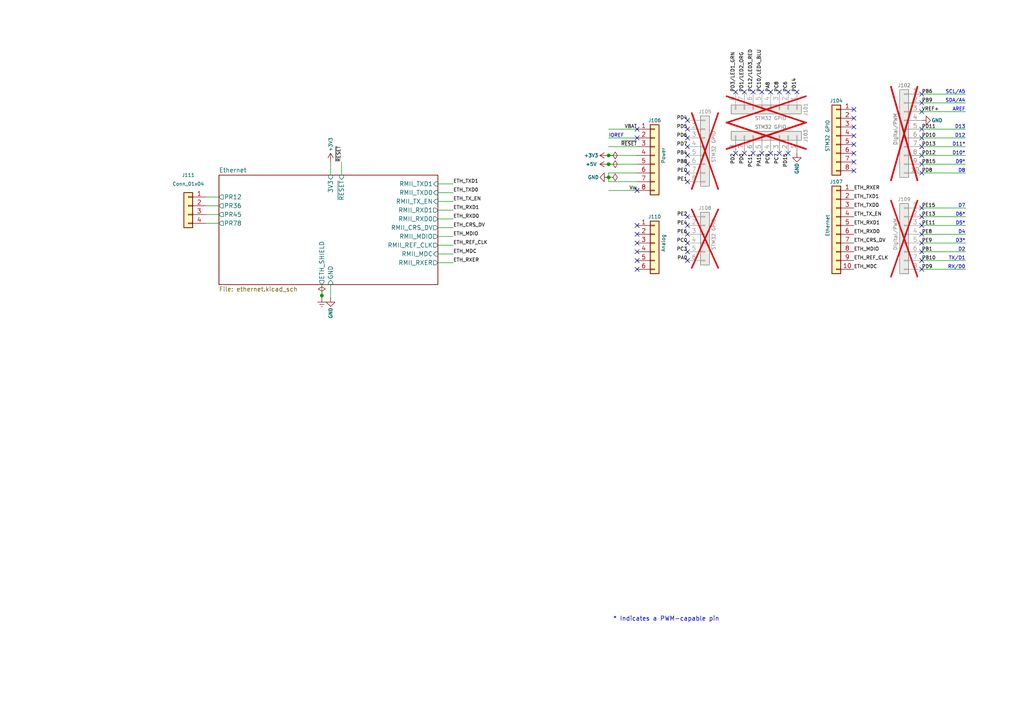
<source format=kicad_sch>
(kicad_sch (version 20230121) (generator eeschema)

  (uuid e63e39d7-6ac0-4ffd-8aa3-1841a4541b55)

  (paper "A4")

  (title_block
    (title "STM32F4 Uno Ethernet")
    (date "2023-10-02")
    (rev "1.0.0")
    (company "easy-smart solution GmbH")
  )

  (lib_symbols
    (symbol "+3V3_1" (power) (pin_names (offset 0)) (in_bom yes) (on_board yes)
      (property "Reference" "#PWR" (at 0 -3.81 0)
        (effects (font (size 1.27 1.27)) hide)
      )
      (property "Value" "+3V3_1" (at 0 3.556 0)
        (effects (font (size 1.27 1.27)))
      )
      (property "Footprint" "" (at 0 0 0)
        (effects (font (size 1.27 1.27)) hide)
      )
      (property "Datasheet" "" (at 0 0 0)
        (effects (font (size 1.27 1.27)) hide)
      )
      (property "ki_keywords" "global power" (at 0 0 0)
        (effects (font (size 1.27 1.27)) hide)
      )
      (property "ki_description" "Power symbol creates a global label with name \"+3V3\"" (at 0 0 0)
        (effects (font (size 1.27 1.27)) hide)
      )
      (symbol "+3V3_1_0_1"
        (polyline
          (pts
            (xy -0.762 1.27)
            (xy 0 2.54)
          )
          (stroke (width 0) (type default))
          (fill (type none))
        )
        (polyline
          (pts
            (xy 0 0)
            (xy 0 2.54)
          )
          (stroke (width 0) (type default))
          (fill (type none))
        )
        (polyline
          (pts
            (xy 0 2.54)
            (xy 0.762 1.27)
          )
          (stroke (width 0) (type default))
          (fill (type none))
        )
      )
      (symbol "+3V3_1_1_1"
        (pin power_in line (at 0 0 90) (length 0) hide
          (name "+3V3" (effects (font (size 1.27 1.27))))
          (number "1" (effects (font (size 1.27 1.27))))
        )
      )
    )
    (symbol "Connector_Generic:Conn_01x04" (pin_names (offset 1.016) hide) (in_bom yes) (on_board yes)
      (property "Reference" "J" (at 0 5.08 0)
        (effects (font (size 1.27 1.27)))
      )
      (property "Value" "Conn_01x04" (at 0 -7.62 0)
        (effects (font (size 1.27 1.27)))
      )
      (property "Footprint" "" (at 0 0 0)
        (effects (font (size 1.27 1.27)) hide)
      )
      (property "Datasheet" "~" (at 0 0 0)
        (effects (font (size 1.27 1.27)) hide)
      )
      (property "ki_keywords" "connector" (at 0 0 0)
        (effects (font (size 1.27 1.27)) hide)
      )
      (property "ki_description" "Generic connector, single row, 01x04, script generated (kicad-library-utils/schlib/autogen/connector/)" (at 0 0 0)
        (effects (font (size 1.27 1.27)) hide)
      )
      (property "ki_fp_filters" "Connector*:*_1x??_*" (at 0 0 0)
        (effects (font (size 1.27 1.27)) hide)
      )
      (symbol "Conn_01x04_1_1"
        (rectangle (start -1.27 -4.953) (end 0 -5.207)
          (stroke (width 0.1524) (type default))
          (fill (type none))
        )
        (rectangle (start -1.27 -2.413) (end 0 -2.667)
          (stroke (width 0.1524) (type default))
          (fill (type none))
        )
        (rectangle (start -1.27 0.127) (end 0 -0.127)
          (stroke (width 0.1524) (type default))
          (fill (type none))
        )
        (rectangle (start -1.27 2.667) (end 0 2.413)
          (stroke (width 0.1524) (type default))
          (fill (type none))
        )
        (rectangle (start -1.27 3.81) (end 1.27 -6.35)
          (stroke (width 0.254) (type default))
          (fill (type background))
        )
        (pin passive line (at -5.08 2.54 0) (length 3.81)
          (name "Pin_1" (effects (font (size 1.27 1.27))))
          (number "1" (effects (font (size 1.27 1.27))))
        )
        (pin passive line (at -5.08 0 0) (length 3.81)
          (name "Pin_2" (effects (font (size 1.27 1.27))))
          (number "2" (effects (font (size 1.27 1.27))))
        )
        (pin passive line (at -5.08 -2.54 0) (length 3.81)
          (name "Pin_3" (effects (font (size 1.27 1.27))))
          (number "3" (effects (font (size 1.27 1.27))))
        )
        (pin passive line (at -5.08 -5.08 0) (length 3.81)
          (name "Pin_4" (effects (font (size 1.27 1.27))))
          (number "4" (effects (font (size 1.27 1.27))))
        )
      )
    )
    (symbol "Connector_Generic:Conn_01x06" (pin_names (offset 1.016) hide) (in_bom yes) (on_board yes)
      (property "Reference" "J" (at 0 7.62 0)
        (effects (font (size 1.27 1.27)))
      )
      (property "Value" "Conn_01x06" (at 0 -10.16 0)
        (effects (font (size 1.27 1.27)))
      )
      (property "Footprint" "" (at 0 0 0)
        (effects (font (size 1.27 1.27)) hide)
      )
      (property "Datasheet" "~" (at 0 0 0)
        (effects (font (size 1.27 1.27)) hide)
      )
      (property "ki_keywords" "connector" (at 0 0 0)
        (effects (font (size 1.27 1.27)) hide)
      )
      (property "ki_description" "Generic connector, single row, 01x06, script generated (kicad-library-utils/schlib/autogen/connector/)" (at 0 0 0)
        (effects (font (size 1.27 1.27)) hide)
      )
      (property "ki_fp_filters" "Connector*:*_1x??_*" (at 0 0 0)
        (effects (font (size 1.27 1.27)) hide)
      )
      (symbol "Conn_01x06_1_1"
        (rectangle (start -1.27 -7.493) (end 0 -7.747)
          (stroke (width 0.1524) (type default))
          (fill (type none))
        )
        (rectangle (start -1.27 -4.953) (end 0 -5.207)
          (stroke (width 0.1524) (type default))
          (fill (type none))
        )
        (rectangle (start -1.27 -2.413) (end 0 -2.667)
          (stroke (width 0.1524) (type default))
          (fill (type none))
        )
        (rectangle (start -1.27 0.127) (end 0 -0.127)
          (stroke (width 0.1524) (type default))
          (fill (type none))
        )
        (rectangle (start -1.27 2.667) (end 0 2.413)
          (stroke (width 0.1524) (type default))
          (fill (type none))
        )
        (rectangle (start -1.27 5.207) (end 0 4.953)
          (stroke (width 0.1524) (type default))
          (fill (type none))
        )
        (rectangle (start -1.27 6.35) (end 1.27 -8.89)
          (stroke (width 0.254) (type default))
          (fill (type background))
        )
        (pin passive line (at -5.08 5.08 0) (length 3.81)
          (name "Pin_1" (effects (font (size 1.27 1.27))))
          (number "1" (effects (font (size 1.27 1.27))))
        )
        (pin passive line (at -5.08 2.54 0) (length 3.81)
          (name "Pin_2" (effects (font (size 1.27 1.27))))
          (number "2" (effects (font (size 1.27 1.27))))
        )
        (pin passive line (at -5.08 0 0) (length 3.81)
          (name "Pin_3" (effects (font (size 1.27 1.27))))
          (number "3" (effects (font (size 1.27 1.27))))
        )
        (pin passive line (at -5.08 -2.54 0) (length 3.81)
          (name "Pin_4" (effects (font (size 1.27 1.27))))
          (number "4" (effects (font (size 1.27 1.27))))
        )
        (pin passive line (at -5.08 -5.08 0) (length 3.81)
          (name "Pin_5" (effects (font (size 1.27 1.27))))
          (number "5" (effects (font (size 1.27 1.27))))
        )
        (pin passive line (at -5.08 -7.62 0) (length 3.81)
          (name "Pin_6" (effects (font (size 1.27 1.27))))
          (number "6" (effects (font (size 1.27 1.27))))
        )
      )
    )
    (symbol "Connector_Generic:Conn_01x08" (pin_names (offset 1.016) hide) (in_bom yes) (on_board yes)
      (property "Reference" "J" (at 0 10.16 0)
        (effects (font (size 1.27 1.27)))
      )
      (property "Value" "Conn_01x08" (at 0 -12.7 0)
        (effects (font (size 1.27 1.27)))
      )
      (property "Footprint" "" (at 0 0 0)
        (effects (font (size 1.27 1.27)) hide)
      )
      (property "Datasheet" "~" (at 0 0 0)
        (effects (font (size 1.27 1.27)) hide)
      )
      (property "ki_keywords" "connector" (at 0 0 0)
        (effects (font (size 1.27 1.27)) hide)
      )
      (property "ki_description" "Generic connector, single row, 01x08, script generated (kicad-library-utils/schlib/autogen/connector/)" (at 0 0 0)
        (effects (font (size 1.27 1.27)) hide)
      )
      (property "ki_fp_filters" "Connector*:*_1x??_*" (at 0 0 0)
        (effects (font (size 1.27 1.27)) hide)
      )
      (symbol "Conn_01x08_1_1"
        (rectangle (start -1.27 -10.033) (end 0 -10.287)
          (stroke (width 0.1524) (type default))
          (fill (type none))
        )
        (rectangle (start -1.27 -7.493) (end 0 -7.747)
          (stroke (width 0.1524) (type default))
          (fill (type none))
        )
        (rectangle (start -1.27 -4.953) (end 0 -5.207)
          (stroke (width 0.1524) (type default))
          (fill (type none))
        )
        (rectangle (start -1.27 -2.413) (end 0 -2.667)
          (stroke (width 0.1524) (type default))
          (fill (type none))
        )
        (rectangle (start -1.27 0.127) (end 0 -0.127)
          (stroke (width 0.1524) (type default))
          (fill (type none))
        )
        (rectangle (start -1.27 2.667) (end 0 2.413)
          (stroke (width 0.1524) (type default))
          (fill (type none))
        )
        (rectangle (start -1.27 5.207) (end 0 4.953)
          (stroke (width 0.1524) (type default))
          (fill (type none))
        )
        (rectangle (start -1.27 7.747) (end 0 7.493)
          (stroke (width 0.1524) (type default))
          (fill (type none))
        )
        (rectangle (start -1.27 8.89) (end 1.27 -11.43)
          (stroke (width 0.254) (type default))
          (fill (type background))
        )
        (pin passive line (at -5.08 7.62 0) (length 3.81)
          (name "Pin_1" (effects (font (size 1.27 1.27))))
          (number "1" (effects (font (size 1.27 1.27))))
        )
        (pin passive line (at -5.08 5.08 0) (length 3.81)
          (name "Pin_2" (effects (font (size 1.27 1.27))))
          (number "2" (effects (font (size 1.27 1.27))))
        )
        (pin passive line (at -5.08 2.54 0) (length 3.81)
          (name "Pin_3" (effects (font (size 1.27 1.27))))
          (number "3" (effects (font (size 1.27 1.27))))
        )
        (pin passive line (at -5.08 0 0) (length 3.81)
          (name "Pin_4" (effects (font (size 1.27 1.27))))
          (number "4" (effects (font (size 1.27 1.27))))
        )
        (pin passive line (at -5.08 -2.54 0) (length 3.81)
          (name "Pin_5" (effects (font (size 1.27 1.27))))
          (number "5" (effects (font (size 1.27 1.27))))
        )
        (pin passive line (at -5.08 -5.08 0) (length 3.81)
          (name "Pin_6" (effects (font (size 1.27 1.27))))
          (number "6" (effects (font (size 1.27 1.27))))
        )
        (pin passive line (at -5.08 -7.62 0) (length 3.81)
          (name "Pin_7" (effects (font (size 1.27 1.27))))
          (number "7" (effects (font (size 1.27 1.27))))
        )
        (pin passive line (at -5.08 -10.16 0) (length 3.81)
          (name "Pin_8" (effects (font (size 1.27 1.27))))
          (number "8" (effects (font (size 1.27 1.27))))
        )
      )
    )
    (symbol "Connector_Generic:Conn_01x10" (pin_names (offset 1.016) hide) (in_bom yes) (on_board yes)
      (property "Reference" "J" (at 0 12.7 0)
        (effects (font (size 1.27 1.27)))
      )
      (property "Value" "Conn_01x10" (at 0 -15.24 0)
        (effects (font (size 1.27 1.27)))
      )
      (property "Footprint" "" (at 0 0 0)
        (effects (font (size 1.27 1.27)) hide)
      )
      (property "Datasheet" "~" (at 0 0 0)
        (effects (font (size 1.27 1.27)) hide)
      )
      (property "ki_keywords" "connector" (at 0 0 0)
        (effects (font (size 1.27 1.27)) hide)
      )
      (property "ki_description" "Generic connector, single row, 01x10, script generated (kicad-library-utils/schlib/autogen/connector/)" (at 0 0 0)
        (effects (font (size 1.27 1.27)) hide)
      )
      (property "ki_fp_filters" "Connector*:*_1x??_*" (at 0 0 0)
        (effects (font (size 1.27 1.27)) hide)
      )
      (symbol "Conn_01x10_1_1"
        (rectangle (start -1.27 -12.573) (end 0 -12.827)
          (stroke (width 0.1524) (type default))
          (fill (type none))
        )
        (rectangle (start -1.27 -10.033) (end 0 -10.287)
          (stroke (width 0.1524) (type default))
          (fill (type none))
        )
        (rectangle (start -1.27 -7.493) (end 0 -7.747)
          (stroke (width 0.1524) (type default))
          (fill (type none))
        )
        (rectangle (start -1.27 -4.953) (end 0 -5.207)
          (stroke (width 0.1524) (type default))
          (fill (type none))
        )
        (rectangle (start -1.27 -2.413) (end 0 -2.667)
          (stroke (width 0.1524) (type default))
          (fill (type none))
        )
        (rectangle (start -1.27 0.127) (end 0 -0.127)
          (stroke (width 0.1524) (type default))
          (fill (type none))
        )
        (rectangle (start -1.27 2.667) (end 0 2.413)
          (stroke (width 0.1524) (type default))
          (fill (type none))
        )
        (rectangle (start -1.27 5.207) (end 0 4.953)
          (stroke (width 0.1524) (type default))
          (fill (type none))
        )
        (rectangle (start -1.27 7.747) (end 0 7.493)
          (stroke (width 0.1524) (type default))
          (fill (type none))
        )
        (rectangle (start -1.27 10.287) (end 0 10.033)
          (stroke (width 0.1524) (type default))
          (fill (type none))
        )
        (rectangle (start -1.27 11.43) (end 1.27 -13.97)
          (stroke (width 0.254) (type default))
          (fill (type background))
        )
        (pin passive line (at -5.08 10.16 0) (length 3.81)
          (name "Pin_1" (effects (font (size 1.27 1.27))))
          (number "1" (effects (font (size 1.27 1.27))))
        )
        (pin passive line (at -5.08 -12.7 0) (length 3.81)
          (name "Pin_10" (effects (font (size 1.27 1.27))))
          (number "10" (effects (font (size 1.27 1.27))))
        )
        (pin passive line (at -5.08 7.62 0) (length 3.81)
          (name "Pin_2" (effects (font (size 1.27 1.27))))
          (number "2" (effects (font (size 1.27 1.27))))
        )
        (pin passive line (at -5.08 5.08 0) (length 3.81)
          (name "Pin_3" (effects (font (size 1.27 1.27))))
          (number "3" (effects (font (size 1.27 1.27))))
        )
        (pin passive line (at -5.08 2.54 0) (length 3.81)
          (name "Pin_4" (effects (font (size 1.27 1.27))))
          (number "4" (effects (font (size 1.27 1.27))))
        )
        (pin passive line (at -5.08 0 0) (length 3.81)
          (name "Pin_5" (effects (font (size 1.27 1.27))))
          (number "5" (effects (font (size 1.27 1.27))))
        )
        (pin passive line (at -5.08 -2.54 0) (length 3.81)
          (name "Pin_6" (effects (font (size 1.27 1.27))))
          (number "6" (effects (font (size 1.27 1.27))))
        )
        (pin passive line (at -5.08 -5.08 0) (length 3.81)
          (name "Pin_7" (effects (font (size 1.27 1.27))))
          (number "7" (effects (font (size 1.27 1.27))))
        )
        (pin passive line (at -5.08 -7.62 0) (length 3.81)
          (name "Pin_8" (effects (font (size 1.27 1.27))))
          (number "8" (effects (font (size 1.27 1.27))))
        )
        (pin passive line (at -5.08 -10.16 0) (length 3.81)
          (name "Pin_9" (effects (font (size 1.27 1.27))))
          (number "9" (effects (font (size 1.27 1.27))))
        )
      )
    )
    (symbol "power:+5V" (power) (pin_names (offset 0)) (in_bom yes) (on_board yes)
      (property "Reference" "#PWR" (at 0 -3.81 0)
        (effects (font (size 1.27 1.27)) hide)
      )
      (property "Value" "+5V" (at 0 3.556 0)
        (effects (font (size 1.27 1.27)))
      )
      (property "Footprint" "" (at 0 0 0)
        (effects (font (size 1.27 1.27)) hide)
      )
      (property "Datasheet" "" (at 0 0 0)
        (effects (font (size 1.27 1.27)) hide)
      )
      (property "ki_keywords" "global power" (at 0 0 0)
        (effects (font (size 1.27 1.27)) hide)
      )
      (property "ki_description" "Power symbol creates a global label with name \"+5V\"" (at 0 0 0)
        (effects (font (size 1.27 1.27)) hide)
      )
      (symbol "+5V_0_1"
        (polyline
          (pts
            (xy -0.762 1.27)
            (xy 0 2.54)
          )
          (stroke (width 0) (type default))
          (fill (type none))
        )
        (polyline
          (pts
            (xy 0 0)
            (xy 0 2.54)
          )
          (stroke (width 0) (type default))
          (fill (type none))
        )
        (polyline
          (pts
            (xy 0 2.54)
            (xy 0.762 1.27)
          )
          (stroke (width 0) (type default))
          (fill (type none))
        )
      )
      (symbol "+5V_1_1"
        (pin power_in line (at 0 0 90) (length 0) hide
          (name "+5V" (effects (font (size 1.27 1.27))))
          (number "1" (effects (font (size 1.27 1.27))))
        )
      )
    )
    (symbol "power:Earth" (power) (pin_names (offset 0)) (in_bom yes) (on_board yes)
      (property "Reference" "#PWR" (at 0 -6.35 0)
        (effects (font (size 1.27 1.27)) hide)
      )
      (property "Value" "Earth" (at 0 -3.81 0)
        (effects (font (size 1.27 1.27)) hide)
      )
      (property "Footprint" "" (at 0 0 0)
        (effects (font (size 1.27 1.27)) hide)
      )
      (property "Datasheet" "~" (at 0 0 0)
        (effects (font (size 1.27 1.27)) hide)
      )
      (property "ki_keywords" "global ground gnd" (at 0 0 0)
        (effects (font (size 1.27 1.27)) hide)
      )
      (property "ki_description" "Power symbol creates a global label with name \"Earth\"" (at 0 0 0)
        (effects (font (size 1.27 1.27)) hide)
      )
      (symbol "Earth_0_1"
        (polyline
          (pts
            (xy -0.635 -1.905)
            (xy 0.635 -1.905)
          )
          (stroke (width 0) (type default))
          (fill (type none))
        )
        (polyline
          (pts
            (xy -0.127 -2.54)
            (xy 0.127 -2.54)
          )
          (stroke (width 0) (type default))
          (fill (type none))
        )
        (polyline
          (pts
            (xy 0 -1.27)
            (xy 0 0)
          )
          (stroke (width 0) (type default))
          (fill (type none))
        )
        (polyline
          (pts
            (xy 1.27 -1.27)
            (xy -1.27 -1.27)
          )
          (stroke (width 0) (type default))
          (fill (type none))
        )
      )
      (symbol "Earth_1_1"
        (pin power_in line (at 0 0 270) (length 0) hide
          (name "Earth" (effects (font (size 1.27 1.27))))
          (number "1" (effects (font (size 1.27 1.27))))
        )
      )
    )
    (symbol "power:GND" (power) (pin_names (offset 0)) (in_bom yes) (on_board yes)
      (property "Reference" "#PWR" (at 0 -6.35 0)
        (effects (font (size 1.27 1.27)) hide)
      )
      (property "Value" "GND" (at 0 -3.81 0)
        (effects (font (size 1.27 1.27)))
      )
      (property "Footprint" "" (at 0 0 0)
        (effects (font (size 1.27 1.27)) hide)
      )
      (property "Datasheet" "" (at 0 0 0)
        (effects (font (size 1.27 1.27)) hide)
      )
      (property "ki_keywords" "global power" (at 0 0 0)
        (effects (font (size 1.27 1.27)) hide)
      )
      (property "ki_description" "Power symbol creates a global label with name \"GND\" , ground" (at 0 0 0)
        (effects (font (size 1.27 1.27)) hide)
      )
      (symbol "GND_0_1"
        (polyline
          (pts
            (xy 0 0)
            (xy 0 -1.27)
            (xy 1.27 -1.27)
            (xy 0 -2.54)
            (xy -1.27 -1.27)
            (xy 0 -1.27)
          )
          (stroke (width 0) (type default))
          (fill (type none))
        )
      )
      (symbol "GND_1_1"
        (pin power_in line (at 0 0 270) (length 0) hide
          (name "GND" (effects (font (size 1.27 1.27))))
          (number "1" (effects (font (size 1.27 1.27))))
        )
      )
    )
    (symbol "power:PWR_FLAG" (power) (pin_numbers hide) (pin_names (offset 0) hide) (in_bom yes) (on_board yes)
      (property "Reference" "#FLG" (at 0 1.905 0)
        (effects (font (size 1.27 1.27)) hide)
      )
      (property "Value" "PWR_FLAG" (at 0 3.81 0)
        (effects (font (size 1.27 1.27)))
      )
      (property "Footprint" "" (at 0 0 0)
        (effects (font (size 1.27 1.27)) hide)
      )
      (property "Datasheet" "~" (at 0 0 0)
        (effects (font (size 1.27 1.27)) hide)
      )
      (property "ki_keywords" "flag power" (at 0 0 0)
        (effects (font (size 1.27 1.27)) hide)
      )
      (property "ki_description" "Special symbol for telling ERC where power comes from" (at 0 0 0)
        (effects (font (size 1.27 1.27)) hide)
      )
      (symbol "PWR_FLAG_0_0"
        (pin power_out line (at 0 0 90) (length 0)
          (name "pwr" (effects (font (size 1.27 1.27))))
          (number "1" (effects (font (size 1.27 1.27))))
        )
      )
      (symbol "PWR_FLAG_0_1"
        (polyline
          (pts
            (xy 0 0)
            (xy 0 1.27)
            (xy -1.016 1.905)
            (xy 0 2.54)
            (xy 1.016 1.905)
            (xy 0 1.27)
          )
          (stroke (width 0) (type default))
          (fill (type none))
        )
      )
    )
  )

  (junction (at 176.53 45.085) (diameter 0) (color 0 0 0 0)
    (uuid 539fcea7-451f-49d0-a090-e631b7782401)
  )
  (junction (at 93.345 85.725) (diameter 0) (color 0 0 0 0)
    (uuid 56866b69-0dc9-4a26-8dc8-2d6160b8d4d6)
  )
  (junction (at 176.53 51.435) (diameter 0) (color 0 0 0 0)
    (uuid f371f897-6970-4064-94cb-b5c4c2221718)
  )
  (junction (at 176.53 47.625) (diameter 0) (color 0 0 0 0)
    (uuid f93bb943-d9f2-42e8-9a15-da2ba7d9c91d)
  )

  (no_connect (at 267.335 75.565) (uuid 0cf4e2d9-f771-4d10-9f5d-4f4830523d00))
  (no_connect (at 199.39 47.625) (uuid 14e086cb-53f1-4070-aabe-d07aa96a0b03))
  (no_connect (at 267.335 78.105) (uuid 18264530-94ab-430c-9332-84739f8b4742))
  (no_connect (at 199.39 73.025) (uuid 185a27d8-e827-4625-b16d-b00feaf5b19c))
  (no_connect (at 247.65 31.75) (uuid 1f1476c4-eecd-4e34-8a33-e38a3b9c4996))
  (no_connect (at 247.65 41.91) (uuid 20f405b4-1c7a-4e17-935d-d1a9067fe4be))
  (no_connect (at 247.65 49.53) (uuid 3107403f-2295-452e-86e8-c230fd15d921))
  (no_connect (at 215.9 26.67) (uuid 34f04f73-9a44-41f2-a9ec-4ec1cf660a3e))
  (no_connect (at 199.39 75.565) (uuid 37067dd6-6c60-46c9-830e-d0e60f8d3718))
  (no_connect (at 199.39 65.405) (uuid 404e4104-c533-4646-83f5-ba1ffc1202cb))
  (no_connect (at 199.39 62.865) (uuid 4080090b-b481-4335-a1ab-f6d338d9934d))
  (no_connect (at 267.335 42.545) (uuid 457a29f7-9362-4f24-b14c-b6d364630b6a))
  (no_connect (at 267.335 70.485) (uuid 48854abd-e1f3-4154-b773-6443be66bde2))
  (no_connect (at 231.14 26.67) (uuid 4f066e56-a26e-4ee2-a471-a6735fc413b7))
  (no_connect (at 184.785 73.025) (uuid 4fc05c6b-8ea0-4a5c-9aab-f86b3fe3228b))
  (no_connect (at 199.39 50.165) (uuid 52431687-6aec-4c13-91c5-deb8d24bd0c4))
  (no_connect (at 267.335 45.085) (uuid 54a317f4-76c7-46c8-a467-04c5081c3193))
  (no_connect (at 267.335 47.625) (uuid 5952267b-026d-4361-b7ab-8922eef22271))
  (no_connect (at 226.06 44.45) (uuid 5a484e6f-e0aa-4173-9567-8a798aa1f388))
  (no_connect (at 247.65 44.45) (uuid 63d2b9c0-f171-4d8b-8d24-1e386074b6bb))
  (no_connect (at 218.44 26.67) (uuid 664be300-d5f6-46dd-85c0-e08acff1accf))
  (no_connect (at 228.6 26.67) (uuid 67e8c333-f72e-4522-9bb2-1d0d6d8eb504))
  (no_connect (at 213.36 44.45) (uuid 6c19eeb1-f8eb-43f3-ae70-0d6f0b19416f))
  (no_connect (at 218.44 44.45) (uuid 6f9c3799-23dc-48c6-b27a-4eb21edb4c0c))
  (no_connect (at 199.39 52.705) (uuid 7085a9ed-5ec8-4583-978e-5739d6db1350))
  (no_connect (at 267.335 40.005) (uuid 7540a159-991e-4b1b-8b70-2849a8a2429f))
  (no_connect (at 184.785 65.405) (uuid 760b2231-691a-4ec4-bec9-b703308c9c90))
  (no_connect (at 267.335 29.845) (uuid 782548c1-b29c-4486-bca3-c39841b9d84a))
  (no_connect (at 267.335 60.325) (uuid 7c210308-dfd6-4940-b323-61f20aa09e48))
  (no_connect (at 220.98 44.45) (uuid 80e16216-cefb-4a1a-98f8-56b7fd5d47f9))
  (no_connect (at 184.785 67.945) (uuid 891a7ee3-303e-4b42-a6a7-5c794fabe2d9))
  (no_connect (at 267.335 73.025) (uuid 8a3b27a9-074c-4c85-bc91-4ac6a7f2cc41))
  (no_connect (at 247.65 39.37) (uuid 90f20afa-02b9-4e0e-98b2-d0bba8264f80))
  (no_connect (at 199.39 40.005) (uuid 9ab91366-5bc6-46e8-9b16-e326c9271540))
  (no_connect (at 267.335 67.945) (uuid 9e2221db-bc11-4824-84e1-e79caf7c1d1b))
  (no_connect (at 267.335 62.865) (uuid a1402598-95e2-44d9-9eda-53ba1d818b58))
  (no_connect (at 199.39 70.485) (uuid a2413c3f-1140-4594-9a17-0e235a3ef096))
  (no_connect (at 247.65 36.83) (uuid a621d02f-499c-4701-934d-e400874a4373))
  (no_connect (at 223.52 26.67) (uuid aa0033fd-38e3-4402-bf4b-239e572ad1b6))
  (no_connect (at 199.39 34.925) (uuid ab111e07-c67f-400a-9b08-a56487278580))
  (no_connect (at 184.785 75.565) (uuid aeaed7b9-fc6b-49e0-a544-bccf75b3325a))
  (no_connect (at 267.335 65.405) (uuid aec83106-563c-445b-9131-16c36ffffcac))
  (no_connect (at 215.9 44.45) (uuid b42c1bc9-dc1b-4d7e-a612-04a0be5f2dbe))
  (no_connect (at 223.52 44.45) (uuid b5f6538e-64f1-48cc-9e18-79ed646cbb6c))
  (no_connect (at 267.335 37.465) (uuid b6e41330-1768-4fa9-aa69-687c2e5e162c))
  (no_connect (at 247.65 46.99) (uuid bad83239-1a1f-4ec0-92af-d3d6ca5faf26))
  (no_connect (at 184.785 55.245) (uuid bc394551-df7c-400b-93de-51f60834ac22))
  (no_connect (at 199.39 42.545) (uuid be9c440f-3844-4523-b408-1c3a2688a708))
  (no_connect (at 184.785 37.465) (uuid ce0601ac-2bb0-4f4e-86b9-2143fdee72eb))
  (no_connect (at 226.06 26.67) (uuid d28a26b2-fbb3-4613-833e-dde6b9257cba))
  (no_connect (at 267.335 32.385) (uuid d5a2ffbd-e818-4fef-afdc-929d9911b4ec))
  (no_connect (at 247.65 34.29) (uuid d5ada09b-2188-4e0c-93e9-73f633f999c3))
  (no_connect (at 228.6 44.45) (uuid d7f1fdcb-a8c3-4b1a-a9e6-714c90917068))
  (no_connect (at 267.335 27.305) (uuid d8e82a7b-267d-4947-bd5d-42d8dcf0350a))
  (no_connect (at 199.39 67.945) (uuid d9b8ad26-bcce-440e-ad3c-aaa096b5759e))
  (no_connect (at 220.98 26.67) (uuid eaec080b-482b-4570-b679-db9474b60f3f))
  (no_connect (at 199.39 45.085) (uuid ec48e331-2832-466b-915e-a08a6614d917))
  (no_connect (at 199.39 37.465) (uuid ed797de6-2d51-4633-8193-d62b2112e1f9))
  (no_connect (at 184.785 70.485) (uuid f09c131f-f990-4f90-9d4b-32ebe8f4f6ea))
  (no_connect (at 184.785 78.105) (uuid f1a42606-f285-4c5d-816c-05d2dd6511b5))
  (no_connect (at 184.785 40.005) (uuid f1bc66ee-9160-4169-affb-894a94832bbe))
  (no_connect (at 213.36 26.67) (uuid f3846c2c-bdfd-471d-a8e2-ae06145228ca))
  (no_connect (at 267.335 50.165) (uuid fb811a10-214c-41ff-a469-f463de5c5c1f))

  (wire (pts (xy 267.335 78.105) (xy 280.035 78.105))
    (stroke (width 0) (type solid))
    (uuid 010ba307-2067-49d3-b0fa-6414143f3fc2)
  )
  (wire (pts (xy 127 66.04) (xy 131.445 66.04))
    (stroke (width 0) (type default))
    (uuid 02d63d5a-c4d8-4dea-9d0a-8b12c51d52e3)
  )
  (wire (pts (xy 99.06 46.99) (xy 99.06 50.8))
    (stroke (width 0) (type default))
    (uuid 04e07506-9f97-4376-b7ed-819805f7a77b)
  )
  (wire (pts (xy 59.69 57.15) (xy 63.5 57.15))
    (stroke (width 0) (type default))
    (uuid 04e7886d-30ec-4781-bd4e-f902247928fb)
  )
  (wire (pts (xy 127 53.34) (xy 131.445 53.34))
    (stroke (width 0) (type default))
    (uuid 05c8a605-4b78-4e80-9204-fa827da5ab1b)
  )
  (wire (pts (xy 267.335 45.085) (xy 280.035 45.085))
    (stroke (width 0) (type solid))
    (uuid 09480ba4-37da-45e3-b9fe-6beebf876349)
  )
  (wire (pts (xy 267.335 27.305) (xy 280.035 27.305))
    (stroke (width 0) (type solid))
    (uuid 0f5d2189-4ead-42fa-8f7a-cfa3af4de132)
  )
  (wire (pts (xy 127 60.96) (xy 131.445 60.96))
    (stroke (width 0) (type default))
    (uuid 0fdd61ff-c8f4-458b-b423-29072a9895cc)
  )
  (wire (pts (xy 93.345 85.725) (xy 93.345 86.36))
    (stroke (width 0) (type default))
    (uuid 155a1b2f-68ed-48c6-90d6-8472b3a0ff41)
  )
  (wire (pts (xy 127 71.12) (xy 131.445 71.12))
    (stroke (width 0) (type default))
    (uuid 1f86cd79-e5f1-4651-a768-0042e059f0d4)
  )
  (wire (pts (xy 176.53 50.165) (xy 176.53 51.435))
    (stroke (width 0) (type default))
    (uuid 216a9619-26aa-4ba8-a702-e7df134e72cc)
  )
  (wire (pts (xy 176.53 40.005) (xy 184.785 40.005))
    (stroke (width 0) (type default))
    (uuid 277111e6-3bc5-40b5-8904-7396b71591e6)
  )
  (wire (pts (xy 176.53 37.465) (xy 184.785 37.465))
    (stroke (width 0) (type default))
    (uuid 2b5acfe3-7960-4e72-a603-110379bc4705)
  )
  (wire (pts (xy 127 68.58) (xy 131.445 68.58))
    (stroke (width 0) (type default))
    (uuid 2ce670db-6eba-4184-8ce3-d4ef609b503c)
  )
  (wire (pts (xy 127 73.66) (xy 131.445 73.66))
    (stroke (width 0) (type default))
    (uuid 2fe806f6-258f-4735-be72-dae6340cd394)
  )
  (wire (pts (xy 95.885 46.99) (xy 95.885 50.8))
    (stroke (width 0) (type default))
    (uuid 42052612-19ae-4f84-9c78-4c286c414833)
  )
  (wire (pts (xy 267.335 37.465) (xy 280.035 37.465))
    (stroke (width 0) (type solid))
    (uuid 4227fa6f-c399-4f14-8228-23e39d2b7e7d)
  )
  (wire (pts (xy 267.335 60.325) (xy 280.035 60.325))
    (stroke (width 0) (type solid))
    (uuid 4455ee2e-5642-42c1-a83b-f7e65fa0c2f1)
  )
  (wire (pts (xy 267.335 40.005) (xy 280.035 40.005))
    (stroke (width 0) (type solid))
    (uuid 4a910b57-a5cd-4105-ab4f-bde2a80d4f00)
  )
  (wire (pts (xy 176.53 47.625) (xy 184.785 47.625))
    (stroke (width 0) (type default))
    (uuid 4bb9098b-601a-4079-8d60-3ceeb81cb3fb)
  )
  (wire (pts (xy 267.335 62.865) (xy 280.035 62.865))
    (stroke (width 0) (type solid))
    (uuid 4e60e1af-19bd-45a0-b418-b7030b594dde)
  )
  (wire (pts (xy 176.53 50.165) (xy 184.785 50.165))
    (stroke (width 0) (type default))
    (uuid 5a5965cd-99a8-47db-a896-d12f993ce0de)
  )
  (wire (pts (xy 176.53 52.705) (xy 184.785 52.705))
    (stroke (width 0) (type default))
    (uuid 5b8429de-07ed-4e35-9c02-b72479d57962)
  )
  (wire (pts (xy 127 58.42) (xy 131.445 58.42))
    (stroke (width 0) (type default))
    (uuid 5e64ec84-0a83-40b9-b9fc-d60b9febd260)
  )
  (wire (pts (xy 267.335 47.625) (xy 280.035 47.625))
    (stroke (width 0) (type solid))
    (uuid 63f2b71b-521b-4210-bf06-ed65e330fccc)
  )
  (wire (pts (xy 267.335 67.945) (xy 280.035 67.945))
    (stroke (width 0) (type solid))
    (uuid 6bb3ea5f-9e60-4add-9d97-244be2cf61d2)
  )
  (wire (pts (xy 93.345 82.55) (xy 93.345 85.725))
    (stroke (width 0) (type default))
    (uuid 6c6e3554-2794-4481-b7cc-a86d437ed08d)
  )
  (wire (pts (xy 127 76.2) (xy 131.445 76.2))
    (stroke (width 0) (type default))
    (uuid 6de4dbbc-58d1-402e-bb19-e98720ff154d)
  )
  (wire (pts (xy 176.53 45.085) (xy 184.785 45.085))
    (stroke (width 0) (type default))
    (uuid 77cf5ea4-5b1e-4eec-ab8f-155721578e39)
  )
  (wire (pts (xy 95.885 82.55) (xy 95.885 86.36))
    (stroke (width 0) (type default))
    (uuid 7a0b60fb-db52-4682-9ee9-d4804ce406c9)
  )
  (wire (pts (xy 176.53 55.245) (xy 184.785 55.245))
    (stroke (width 0) (type default))
    (uuid 8283b0c4-a63b-415c-b99c-9714b86d005f)
  )
  (wire (pts (xy 176.53 42.545) (xy 184.785 42.545))
    (stroke (width 0) (type default))
    (uuid 876e7bcf-bdd7-48b6-a640-4e77e49340ac)
  )
  (wire (pts (xy 267.335 32.385) (xy 280.035 32.385))
    (stroke (width 0) (type solid))
    (uuid 8a3d35a2-f0f6-4dec-a606-7c8e288ca828)
  )
  (wire (pts (xy 59.69 64.77) (xy 63.5 64.77))
    (stroke (width 0) (type default))
    (uuid 9e42c835-6ebb-44e0-890a-45f98e172aab)
  )
  (wire (pts (xy 59.69 62.23) (xy 63.5 62.23))
    (stroke (width 0) (type default))
    (uuid b59aca8e-0a7e-4f7a-9e48-74dedd157d3d)
  )
  (wire (pts (xy 127 55.88) (xy 131.445 55.88))
    (stroke (width 0) (type default))
    (uuid b839e938-4ada-493b-9464-740aab172a3f)
  )
  (wire (pts (xy 59.69 59.69) (xy 63.5 59.69))
    (stroke (width 0) (type default))
    (uuid b9fb125d-d692-4b03-a6c9-9e89a9aba264)
  )
  (wire (pts (xy 267.335 42.545) (xy 280.035 42.545))
    (stroke (width 0) (type solid))
    (uuid c722a1ff-12f1-49e5-88a4-44ffeb509ca2)
  )
  (wire (pts (xy 267.335 65.405) (xy 280.035 65.405))
    (stroke (width 0) (type solid))
    (uuid cfe99980-2d98-4372-b495-04c53027340b)
  )
  (wire (pts (xy 127 63.5) (xy 131.445 63.5))
    (stroke (width 0) (type default))
    (uuid dede1b0b-d381-4fab-81da-02c5ffbbf09c)
  )
  (wire (pts (xy 267.335 29.845) (xy 280.035 29.845))
    (stroke (width 0) (type solid))
    (uuid e7278977-132b-4777-9eb4-7d93363a4379)
  )
  (wire (pts (xy 267.335 73.025) (xy 280.035 73.025))
    (stroke (width 0) (type solid))
    (uuid e9bdd59b-3252-4c44-a357-6fa1af0c210c)
  )
  (wire (pts (xy 267.335 70.485) (xy 280.035 70.485))
    (stroke (width 0) (type solid))
    (uuid ec76dcc9-9949-4dda-bd76-046204829cb4)
  )
  (wire (pts (xy 267.335 75.565) (xy 280.035 75.565))
    (stroke (width 0) (type solid))
    (uuid f853d1d4-c722-44df-98bf-4a6114204628)
  )
  (wire (pts (xy 176.53 51.435) (xy 176.53 52.705))
    (stroke (width 0) (type default))
    (uuid fd0ab59c-8299-4677-854c-d7b61d947805)
  )
  (wire (pts (xy 267.335 50.165) (xy 280.035 50.165))
    (stroke (width 0) (type solid))
    (uuid fe837306-92d0-4847-ad21-76c47ae932d1)
  )

  (text "AREF" (at 280.035 32.385 0)
    (effects (font (size 1 1)) (justify right bottom))
    (uuid 1ca3e1f0-9075-4783-98be-879a8d12ae3b)
  )
  (text "D13" (at 280.035 37.465 0)
    (effects (font (size 1 1)) (justify right bottom))
    (uuid 1e7a7e00-4125-4dbe-bb1c-5d2c4d6d971c)
  )
  (text "D2" (at 280.035 73.025 0)
    (effects (font (size 1 1)) (justify right bottom))
    (uuid 27611ca2-3606-4b9e-919e-9165b90b928b)
  )
  (text "D7" (at 280.035 60.325 0)
    (effects (font (size 1 1)) (justify right bottom))
    (uuid 299ac654-0d39-4cce-a40a-641282ba42de)
  )
  (text "D10*" (at 280.035 45.085 0)
    (effects (font (size 1 1)) (justify right bottom))
    (uuid 542d6b0d-6c83-474c-b3c1-520b88325fb7)
  )
  (text "D4" (at 280.035 67.945 0)
    (effects (font (size 1 1)) (justify right bottom))
    (uuid 614ff0a3-94c9-4a9f-9f58-503c21dcf60a)
  )
  (text "SCL/A5" (at 280.035 27.305 0)
    (effects (font (size 1 1)) (justify right bottom))
    (uuid 69f0b805-aba5-4eb7-b962-9e985bcf1685)
  )
  (text "SDA/A4" (at 280.035 29.845 0)
    (effects (font (size 1 1)) (justify right bottom))
    (uuid 7e4cd1fe-4df0-4863-9795-cf1a503ecb19)
  )
  (text "D9*" (at 280.035 47.625 0)
    (effects (font (size 1 1)) (justify right bottom))
    (uuid 86974cc3-f724-4daf-9ab6-9f94b60ef027)
  )
  (text "* Indicates a PWM-capable pin" (at 177.8 180.34 0)
    (effects (font (size 1.27 1.27)) (justify left bottom))
    (uuid c364973a-9a67-4667-8185-a3a5c6c6cbdf)
  )
  (text "TX/D1" (at 280.035 75.565 0)
    (effects (font (size 1 1)) (justify right bottom))
    (uuid c50c9c83-e787-42a9-a87b-50982c7a1539)
  )
  (text "D3*" (at 280.035 70.485 0)
    (effects (font (size 1 1)) (justify right bottom))
    (uuid d03857f4-4ceb-43d9-8d19-d45e32f1455d)
  )
  (text "D6*" (at 280.035 62.865 0)
    (effects (font (size 1 1)) (justify right bottom))
    (uuid d6347b75-2827-499a-bbcf-3b50909e42f9)
  )
  (text "RX/D0" (at 280.035 78.105 0)
    (effects (font (size 1 1)) (justify right bottom))
    (uuid e097480a-b203-406f-ab80-ad33169b954a)
  )
  (text "D11*" (at 280.035 42.545 0)
    (effects (font (size 1 1)) (justify right bottom))
    (uuid f3ff3056-fa61-45ba-9aef-60da4bff5edd)
  )
  (text "D8" (at 280.035 50.165 0)
    (effects (font (size 1 1)) (justify right bottom))
    (uuid f83ddfa1-a8bd-4b62-854e-ce8e5a16e6bd)
  )
  (text "IOREF" (at 176.53 40.005 0)
    (effects (font (size 1 1)) (justify left bottom))
    (uuid fbae15fe-ad0a-4ec2-adc8-7b720a9b03b5)
  )
  (text "D5*" (at 280.035 65.405 0)
    (effects (font (size 1 1)) (justify right bottom))
    (uuid fcad021c-7797-4521-a8ba-8c64a2f457f0)
  )
  (text "D12" (at 280.035 40.005 0)
    (effects (font (size 1 1)) (justify right bottom))
    (uuid ff179677-638e-4721-9c15-9dff6168b547)
  )

  (label "PB8" (at 199.39 47.625 180) (fields_autoplaced)
    (effects (font (size 1 1)) (justify right bottom))
    (uuid 04aed876-a260-4318-82d2-2f25826ef09f)
  )
  (label "VBAT" (at 184.785 37.465 180) (fields_autoplaced)
    (effects (font (size 1 1)) (justify right bottom))
    (uuid 0dd33b3e-dfe0-4d01-9de7-548eaf62a6b0)
  )
  (label "PD0" (at 215.9 44.45 270) (fields_autoplaced)
    (effects (font (size 1 1)) (justify right bottom))
    (uuid 0e874c0a-d749-4f76-8dcf-32c86b8779c8)
  )
  (label "PB15" (at 267.335 47.625 0) (fields_autoplaced)
    (effects (font (size 1 1)) (justify left bottom))
    (uuid 11c25281-8be5-4243-a4e6-54e950551f27)
  )
  (label "PB1" (at 267.335 73.025 0) (fields_autoplaced)
    (effects (font (size 1 1)) (justify left bottom))
    (uuid 1330e904-30e5-423d-a97e-953e5d4b8d23)
  )
  (label "PE4" (at 199.39 65.405 180) (fields_autoplaced)
    (effects (font (size 1 1)) (justify right bottom))
    (uuid 1b375562-8973-4192-8e99-b13fc0313b70)
  )
  (label "ETH_RXD0" (at 131.445 63.5 0) (fields_autoplaced)
    (effects (font (size 1 1)) (justify left bottom))
    (uuid 2107676a-a3c4-465d-82f3-91cabeefd741)
  )
  (label "ETH_RXER" (at 247.65 55.245 0) (fields_autoplaced)
    (effects (font (size 1 1)) (justify left bottom))
    (uuid 218884df-15df-451e-871f-1e8b20c06b18)
  )
  (label "PC8" (at 226.06 26.67 90) (fields_autoplaced)
    (effects (font (size 1 1)) (justify left bottom))
    (uuid 23372731-90d4-4e07-953e-48c7e51fccf3)
  )
  (label "ETH_MDC" (at 131.445 73.66 0) (fields_autoplaced)
    (effects (font (size 1 1)) (justify left bottom))
    (uuid 24989bb4-531e-4b42-b9d8-c1dd992d635e)
  )
  (label "ETH_MDIO" (at 247.65 73.025 0) (fields_autoplaced)
    (effects (font (size 1 1)) (justify left bottom))
    (uuid 26770b8a-ecbf-49a9-87e8-01d142b15f7e)
  )
  (label "ETH_RXER" (at 131.445 76.2 0) (fields_autoplaced)
    (effects (font (size 1 1)) (justify left bottom))
    (uuid 27009664-2672-43b7-a4d2-72b51dd4a936)
  )
  (label "ETH_TXD1" (at 247.65 57.785 0) (fields_autoplaced)
    (effects (font (size 1 1)) (justify left bottom))
    (uuid 2773ddc7-8a33-4dad-9e5a-5358dfba9b5a)
  )
  (label "ETH_MDC" (at 247.65 78.105 0) (fields_autoplaced)
    (effects (font (size 1 1)) (justify left bottom))
    (uuid 29ef3d3a-1709-45e7-ab4c-a0387bf5866e)
  )
  (label "PD7" (at 199.39 42.545 180) (fields_autoplaced)
    (effects (font (size 1 1)) (justify right bottom))
    (uuid 2cf1b4ff-cb83-4474-91c1-b0c6a9c62594)
  )
  (label "PD4" (at 199.39 34.925 180) (fields_autoplaced)
    (effects (font (size 1 1)) (justify right bottom))
    (uuid 308a747f-035e-4c80-a6ef-605ac92a7762)
  )
  (label "PE11" (at 267.335 65.405 0) (fields_autoplaced)
    (effects (font (size 1 1)) (justify left bottom))
    (uuid 337b8bf6-05ae-4524-bbf8-6c880bc3e27f)
  )
  (label "PC11" (at 218.44 44.45 270) (fields_autoplaced)
    (effects (font (size 1 1)) (justify right bottom))
    (uuid 33c0aebf-316f-4373-898e-a19cce8c04b6)
  )
  (label "PA8" (at 223.52 26.67 90) (fields_autoplaced)
    (effects (font (size 1 1)) (justify left bottom))
    (uuid 3b021f36-e2e8-4834-8e34-447361c3d39d)
  )
  (label "PD2" (at 213.36 44.45 270) (fields_autoplaced)
    (effects (font (size 1 1)) (justify right bottom))
    (uuid 3d990cd7-4b84-4cd1-995e-c49bd560aeb9)
  )
  (label "PC12{slash}LED3_RED" (at 218.44 26.67 90) (fields_autoplaced)
    (effects (font (size 1 1)) (justify left bottom))
    (uuid 3f2fa8a2-1818-4d5e-b735-d23c6906060d)
  )
  (label "PD3{slash}LED1_GRN" (at 213.36 26.67 90) (fields_autoplaced)
    (effects (font (size 1 1)) (justify left bottom))
    (uuid 4333766e-6b52-4f36-8678-7a206d1d423c)
  )
  (label "PD13" (at 267.335 42.545 0) (fields_autoplaced)
    (effects (font (size 1 1)) (justify left bottom))
    (uuid 44c4588a-45ab-4976-95a0-81ace403ad31)
  )
  (label "~{RESET}" (at 99.06 46.99 90) (fields_autoplaced)
    (effects (font (size 1 1)) (justify left bottom))
    (uuid 45c70d23-89a7-4115-b2ef-5a0f23452a35)
  )
  (label "~{RESET}" (at 184.785 42.545 180) (fields_autoplaced)
    (effects (font (size 1 1)) (justify right bottom))
    (uuid 49585dba-cfa7-4813-841e-9d900d43ecf4)
  )
  (label "PC7" (at 226.06 44.45 270) (fields_autoplaced)
    (effects (font (size 1 1)) (justify right bottom))
    (uuid 4bf14592-f6b0-45a0-a1bd-03f53f7e855f)
  )
  (label "ETH_RXD1" (at 131.445 60.96 0) (fields_autoplaced)
    (effects (font (size 1 1)) (justify left bottom))
    (uuid 64058c80-80b5-4806-873c-af04644546ed)
  )
  (label "ETH_RXD0" (at 247.65 67.945 0) (fields_autoplaced)
    (effects (font (size 1 1)) (justify left bottom))
    (uuid 6928dee5-a4d2-472b-a6f4-421b8d4306cb)
  )
  (label "ETH_TXD1" (at 131.445 53.34 0) (fields_autoplaced)
    (effects (font (size 1 1)) (justify left bottom))
    (uuid 6b9a62f2-bc94-4d6c-bb20-fda6911c21f8)
  )
  (label "PE0" (at 199.39 50.165 180) (fields_autoplaced)
    (effects (font (size 1 1)) (justify right bottom))
    (uuid 6c3e7620-0baf-4b29-bede-f61900645d3f)
  )
  (label "ETH_TXD0" (at 131.445 55.88 0) (fields_autoplaced)
    (effects (font (size 1 1)) (justify left bottom))
    (uuid 7531fc93-2c16-4d57-aae6-e768474bbf9a)
  )
  (label "PD14" (at 231.14 26.67 90) (fields_autoplaced)
    (effects (font (size 1 1)) (justify left bottom))
    (uuid 788461ed-db69-4471-989e-197f3f900e10)
  )
  (label "PD9" (at 267.335 78.105 0) (fields_autoplaced)
    (effects (font (size 1 1)) (justify left bottom))
    (uuid 7f749b25-6684-4af3-81f2-55a194c85926)
  )
  (label "PE8" (at 267.335 67.945 0) (fields_autoplaced)
    (effects (font (size 1 1)) (justify left bottom))
    (uuid 8032aa7c-8c34-4f46-b516-4e6a9e7de67e)
  )
  (label "PC0" (at 199.39 70.485 180) (fields_autoplaced)
    (effects (font (size 1 1)) (justify right bottom))
    (uuid 81d9505b-bc83-4c68-815e-a07b81af3412)
  )
  (label "PD5" (at 199.39 37.465 180) (fields_autoplaced)
    (effects (font (size 1 1)) (justify right bottom))
    (uuid 87c361e0-37ad-4897-8459-c2557a31064e)
  )
  (label "PB10" (at 267.335 75.565 0) (fields_autoplaced)
    (effects (font (size 1 1)) (justify left bottom))
    (uuid 8953bd7d-6521-4be0-977f-82c24eecbe93)
  )
  (label "PE6" (at 199.39 67.945 180) (fields_autoplaced)
    (effects (font (size 1 1)) (justify right bottom))
    (uuid 8c1649e0-0279-4866-9296-23822683a6f8)
  )
  (label "PE9" (at 267.335 70.485 0) (fields_autoplaced)
    (effects (font (size 1 1)) (justify left bottom))
    (uuid 8f2c4d49-0d9b-40bc-b23c-30f4ed482119)
  )
  (label "PC9" (at 223.52 44.45 270) (fields_autoplaced)
    (effects (font (size 1 1)) (justify right bottom))
    (uuid 9293d7e1-75c2-493b-8cf4-4e7ab05a9b85)
  )
  (label "ETH_CRS_DV" (at 131.445 66.04 0) (fields_autoplaced)
    (effects (font (size 1 1)) (justify left bottom))
    (uuid 995c2095-7768-43b3-af9f-38a7135956c5)
  )
  (label "PB6" (at 267.335 27.305 0) (fields_autoplaced)
    (effects (font (size 1 1)) (justify left bottom))
    (uuid a04aa180-2680-4ec2-8532-c9c58e3fd86c)
  )
  (label "ETH_MDIO" (at 131.445 68.58 0) (fields_autoplaced)
    (effects (font (size 1 1)) (justify left bottom))
    (uuid a14a6ebe-3380-4811-b807-b2ad52d751c6)
  )
  (label "PD12" (at 267.335 45.085 0) (fields_autoplaced)
    (effects (font (size 1 1)) (justify left bottom))
    (uuid a2dd0f62-4e07-443d-a7c4-6d8875afbc9c)
  )
  (label "VREF+" (at 267.335 32.385 0) (fields_autoplaced)
    (effects (font (size 1 1)) (justify left bottom))
    (uuid ae8ba85d-3256-495a-afcf-177917f87971)
  )
  (label "PB4" (at 199.39 45.085 180) (fields_autoplaced)
    (effects (font (size 1 1)) (justify right bottom))
    (uuid afbc76cc-5c9d-416e-a61b-3ed321664ddd)
  )
  (label "ETH_CRS_DV" (at 247.65 70.485 0) (fields_autoplaced)
    (effects (font (size 1 1)) (justify left bottom))
    (uuid b4843276-1050-4385-82ca-3e4e68793e9f)
  )
  (label "ETH_REF_CLK" (at 247.65 75.565 0) (fields_autoplaced)
    (effects (font (size 1 1)) (justify left bottom))
    (uuid b738d686-40d9-438e-b36a-019e2f960d72)
  )
  (label "PC6" (at 228.6 26.67 90) (fields_autoplaced)
    (effects (font (size 1 1)) (justify left bottom))
    (uuid b95be55f-a8c1-4a05-a673-37c765498bb1)
  )
  (label "PB9" (at 267.335 29.845 0) (fields_autoplaced)
    (effects (font (size 1 1)) (justify left bottom))
    (uuid c30a6ef0-2a0a-47bd-af42-6bcfd165d223)
  )
  (label "V_{IN}" (at 184.785 55.245 180) (fields_autoplaced)
    (effects (font (size 1 1)) (justify right bottom))
    (uuid c348793d-eec0-4f33-9b91-2cae8b4224a4)
  )
  (label "PE2" (at 199.39 62.865 180) (fields_autoplaced)
    (effects (font (size 1 1)) (justify right bottom))
    (uuid ca687d11-e5b3-463b-9227-6a58c027e2ec)
  )
  (label "ETH_TX_EN" (at 247.65 62.865 0) (fields_autoplaced)
    (effects (font (size 1 1)) (justify left bottom))
    (uuid cb600846-1a21-4128-a6ce-0e2715ad26b9)
  )
  (label "ETH_RXD1" (at 247.65 65.405 0) (fields_autoplaced)
    (effects (font (size 1 1)) (justify left bottom))
    (uuid cdbb1627-2da5-4645-a679-37b37df0cfaf)
  )
  (label "PD11" (at 267.335 37.465 0) (fields_autoplaced)
    (effects (font (size 1 1)) (justify left bottom))
    (uuid d2fd18ab-921c-40b0-a253-b426b4d93f46)
  )
  (label "ETH_REF_CLK" (at 131.445 71.12 0) (fields_autoplaced)
    (effects (font (size 1 1)) (justify left bottom))
    (uuid d5c96253-9052-4c9f-acde-4a1736a64807)
  )
  (label "PC10{slash}LED4_BLU" (at 220.98 26.67 90) (fields_autoplaced)
    (effects (font (size 1 1)) (justify left bottom))
    (uuid db30bec2-a539-407d-bb7b-b4e60bd49b40)
  )
  (label "PE1" (at 199.39 52.705 180) (fields_autoplaced)
    (effects (font (size 1 1)) (justify right bottom))
    (uuid dc22de34-dcb4-420c-9a58-a4d1c3cb6791)
  )
  (label "ETH_TXD0" (at 247.65 60.325 0) (fields_autoplaced)
    (effects (font (size 1 1)) (justify left bottom))
    (uuid dc2caabf-05e6-4ed6-8fa4-8b5035de466a)
  )
  (label "PD10" (at 267.335 40.005 0) (fields_autoplaced)
    (effects (font (size 1 1)) (justify left bottom))
    (uuid e2f2ef96-89c4-41f0-a840-b78a0fc59ea3)
  )
  (label "PD6" (at 199.39 40.005 180) (fields_autoplaced)
    (effects (font (size 1 1)) (justify right bottom))
    (uuid e4aaa047-d803-4ea4-9f7b-ba41fe4cebea)
  )
  (label "PA0" (at 199.39 75.565 180) (fields_autoplaced)
    (effects (font (size 1 1)) (justify right bottom))
    (uuid e4bec70a-b2ca-43a1-9f9c-d8927935fc3e)
  )
  (label "ETH_TX_EN" (at 131.445 58.42 0) (fields_autoplaced)
    (effects (font (size 1 1)) (justify left bottom))
    (uuid e936ce67-fcb5-416a-825f-86a9dc1eed74)
  )
  (label "PE13" (at 267.335 62.865 0) (fields_autoplaced)
    (effects (font (size 1 1)) (justify left bottom))
    (uuid ef0d708d-f527-43e5-bb38-d0b97d210258)
  )
  (label "PD8" (at 267.335 50.165 0) (fields_autoplaced)
    (effects (font (size 1 1)) (justify left bottom))
    (uuid efc832f8-362e-46fc-9b5a-a87d097eb75b)
  )
  (label "PE15" (at 267.335 60.325 0) (fields_autoplaced)
    (effects (font (size 1 1)) (justify left bottom))
    (uuid f5800ea3-31d0-47f7-ab3a-27caf526b6e1)
  )
  (label "PA15" (at 220.98 44.45 270) (fields_autoplaced)
    (effects (font (size 1 1)) (justify right bottom))
    (uuid f7018961-0fbe-46b9-86d8-ea8d6cc2cb9d)
  )
  (label "PC3" (at 199.39 73.025 180) (fields_autoplaced)
    (effects (font (size 1 1)) (justify right bottom))
    (uuid fb51bbfa-2326-401b-8b8f-ee25a070598f)
  )
  (label "PD1{slash}LED2_ORG" (at 215.9 26.67 90) (fields_autoplaced)
    (effects (font (size 1 1)) (justify left bottom))
    (uuid fda7ab48-0f88-44c1-b8d2-268395f0a28c)
  )
  (label "PD15" (at 228.6 44.45 270) (fields_autoplaced)
    (effects (font (size 1 1)) (justify right bottom))
    (uuid ff3ffe11-b6f7-4ed9-b9e7-2bf8e7b7001f)
  )

  (symbol (lib_id "Connector_Generic:Conn_01x08") (at 189.865 45.085 0) (unit 1)
    (in_bom no) (on_board yes) (dnp no)
    (uuid 00000000-0000-0000-0000-000056d71773)
    (property "Reference" "J106" (at 189.865 34.925 0)
      (effects (font (size 1 1)))
    )
    (property "Value" "Power" (at 192.405 45.085 90)
      (effects (font (size 1 1)))
    )
    (property "Footprint" "Connector_PinSocket_2.54mm:PinSocket_1x08_P2.54mm_Vertical" (at 189.865 45.085 0)
      (effects (font (size 1 1)) hide)
    )
    (property "Datasheet" "" (at 189.865 45.085 0)
      (effects (font (size 1 1)))
    )
    (property "Description" "" (at 189.865 45.085 0)
      (effects (font (size 1.27 1.27)) hide)
    )
    (property "Manufacturer" "" (at 189.865 45.085 0)
      (effects (font (size 1.27 1.27)) hide)
    )
    (property "Partnumber" "" (at 189.865 45.085 0)
      (effects (font (size 1.27 1.27)) hide)
    )
    (property "JLCPCB Part #" "" (at 189.865 45.085 0)
      (effects (font (size 1.27 1.27)) hide)
    )
    (property "isBasicPart" "" (at 189.865 45.085 0)
      (effects (font (size 1.27 1.27)) hide)
    )
    (property "Description" "" (at 189.865 45.085 0)
      (effects (font (size 1.27 1.27)) hide)
    )
    (property "Manufacturer" "" (at 189.865 45.085 0)
      (effects (font (size 1.27 1.27)) hide)
    )
    (property "Partnumber" "" (at 189.865 45.085 0)
      (effects (font (size 1.27 1.27)) hide)
    )
    (property "JLCPCB Part #" "" (at 189.865 45.085 0)
      (effects (font (size 1.27 1.27)) hide)
    )
    (property "isBasicPart" "" (at 189.865 45.085 0)
      (effects (font (size 1.27 1.27)) hide)
    )
    (pin "1" (uuid 91a1964a-61c9-469a-bc86-61abc57945e3))
    (pin "2" (uuid 7bb32384-c395-45c4-a140-16a68d201fb9))
    (pin "3" (uuid fb6cbb5e-b217-449f-a01a-2901858a70e6))
    (pin "4" (uuid 4569f8ff-9daa-4839-9dd2-4a63c84646d8))
    (pin "5" (uuid 857da76d-eb2e-4b2f-8fc2-960b95c627be))
    (pin "6" (uuid 5ca4f539-e727-42c6-abef-beec1ea2cb45))
    (pin "7" (uuid fe56076e-149a-4193-870d-8773378dee01))
    (pin "8" (uuid a834dbfe-6fc6-4cd5-a130-eb1b5e3cb15c))
    (instances
      (project "stm32f4_uno_ethernet"
        (path "/e63e39d7-6ac0-4ffd-8aa3-1841a4541b55"
          (reference "J106") (unit 1)
        )
      )
    )
  )

  (symbol (lib_id "power:GND") (at 176.53 51.435 270) (unit 1)
    (in_bom yes) (on_board yes) (dnp no)
    (uuid 00000000-0000-0000-0000-000056d721e6)
    (property "Reference" "#PWR0106" (at 170.18 51.435 0)
      (effects (font (size 1 1)) hide)
    )
    (property "Value" "GND" (at 172.085 51.435 90)
      (effects (font (size 1 1)))
    )
    (property "Footprint" "" (at 176.53 51.435 0)
      (effects (font (size 1 1)))
    )
    (property "Datasheet" "" (at 176.53 51.435 0)
      (effects (font (size 1 1)))
    )
    (pin "1" (uuid 66941880-4031-4e5a-b4f9-588cfb422940))
    (instances
      (project "stm32f4_uno_ethernet"
        (path "/e63e39d7-6ac0-4ffd-8aa3-1841a4541b55"
          (reference "#PWR0106") (unit 1)
        )
      )
    )
  )

  (symbol (lib_id "Connector_Generic:Conn_01x10") (at 262.255 37.465 0) (mirror y) (unit 1)
    (in_bom no) (on_board no) (dnp yes)
    (uuid 00000000-0000-0000-0000-000056d72368)
    (property "Reference" "J102" (at 262.255 24.765 0)
      (effects (font (size 1 1)))
    )
    (property "Value" "Digital/PWM" (at 259.715 37.465 90)
      (effects (font (size 1 1)))
    )
    (property "Footprint" "Connector_PinSocket_2.54mm:PinSocket_1x10_P2.54mm_Vertical" (at 262.255 37.465 0)
      (effects (font (size 1 1)) hide)
    )
    (property "Datasheet" "" (at 262.255 37.465 0)
      (effects (font (size 1 1)))
    )
    (property "Description" "" (at 262.255 37.465 0)
      (effects (font (size 1 1)) hide)
    )
    (property "Manufacturer" "" (at 262.255 37.465 0)
      (effects (font (size 1 1)) hide)
    )
    (property "Partnumber" "" (at 262.255 37.465 0)
      (effects (font (size 1 1)) hide)
    )
    (property "JLCPCB Part #" "" (at 262.255 37.465 0)
      (effects (font (size 1 1)) hide)
    )
    (property "isBasicPart" "" (at 262.255 37.465 0)
      (effects (font (size 1 1)) hide)
    )
    (property "Description" "" (at 262.255 37.465 0)
      (effects (font (size 1 1)) hide)
    )
    (property "Manufacturer" "" (at 262.255 37.465 0)
      (effects (font (size 1 1)) hide)
    )
    (property "Partnumber" "" (at 262.255 37.465 0)
      (effects (font (size 1 1)) hide)
    )
    (property "JLCPCB Part #" "" (at 262.255 37.465 0)
      (effects (font (size 1 1)) hide)
    )
    (property "isBasicPart" "" (at 262.255 37.465 0)
      (effects (font (size 1 1)) hide)
    )
    (pin "1" (uuid 7db2bf39-0a4f-41a4-bd47-89bdb18d53e7))
    (pin "10" (uuid cce85153-57ac-4fe8-a396-2cabe84ad094))
    (pin "2" (uuid 18969a79-9edd-43f4-9255-0d3b1aa524d9))
    (pin "3" (uuid 921f7ca9-41d0-403a-a424-1414e8444cd9))
    (pin "4" (uuid 8f30e3d0-90ef-444f-844f-8c19457b8fa8))
    (pin "5" (uuid 6672756e-5ca4-4891-b810-140750221937))
    (pin "6" (uuid 5d5575af-28d3-4ad3-8f9f-94f7127e3afe))
    (pin "7" (uuid 0e794d48-9672-4261-a05b-b13cc79cac42))
    (pin "8" (uuid efec1d64-1df2-419c-8431-2aee3c1f9ec9))
    (pin "9" (uuid 270b5e8d-3ce4-4282-8643-0a501286af5b))
    (instances
      (project "stm32f4_uno_ethernet"
        (path "/e63e39d7-6ac0-4ffd-8aa3-1841a4541b55"
          (reference "J102") (unit 1)
        )
      )
    )
  )

  (symbol (lib_id "Connector_Generic:Conn_01x06") (at 189.865 70.485 0) (unit 1)
    (in_bom no) (on_board yes) (dnp no)
    (uuid 00000000-0000-0000-0000-000056d72f1c)
    (property "Reference" "J110" (at 189.865 62.865 0)
      (effects (font (size 1 1)))
    )
    (property "Value" "Analog" (at 192.405 70.485 90)
      (effects (font (size 1 1)))
    )
    (property "Footprint" "Connector_PinSocket_2.54mm:PinSocket_1x06_P2.54mm_Vertical" (at 189.865 70.485 0)
      (effects (font (size 1 1)) hide)
    )
    (property "Datasheet" "~" (at 189.865 70.485 0)
      (effects (font (size 1 1)) hide)
    )
    (property "Description" "" (at 189.865 70.485 0)
      (effects (font (size 1.27 1.27)) hide)
    )
    (property "Manufacturer" "" (at 189.865 70.485 0)
      (effects (font (size 1.27 1.27)) hide)
    )
    (property "Partnumber" "" (at 189.865 70.485 0)
      (effects (font (size 1.27 1.27)) hide)
    )
    (property "JLCPCB Part #" "" (at 189.865 70.485 0)
      (effects (font (size 1.27 1.27)) hide)
    )
    (property "isBasicPart" "" (at 189.865 70.485 0)
      (effects (font (size 1.27 1.27)) hide)
    )
    (property "Description" "" (at 189.865 70.485 0)
      (effects (font (size 1.27 1.27)) hide)
    )
    (property "Manufacturer" "" (at 189.865 70.485 0)
      (effects (font (size 1.27 1.27)) hide)
    )
    (property "Partnumber" "" (at 189.865 70.485 0)
      (effects (font (size 1.27 1.27)) hide)
    )
    (property "JLCPCB Part #" "" (at 189.865 70.485 0)
      (effects (font (size 1.27 1.27)) hide)
    )
    (property "isBasicPart" "" (at 189.865 70.485 0)
      (effects (font (size 1.27 1.27)) hide)
    )
    (pin "1" (uuid 07528387-0a13-4609-9e61-e464293f2faf))
    (pin "2" (uuid c3518cda-73a4-45de-9a54-e0a1b00ee033))
    (pin "3" (uuid 4c642ae9-e7a9-464b-bf61-d984717eb7bf))
    (pin "4" (uuid e25be037-4292-4025-b432-a7ec6160fc2d))
    (pin "5" (uuid 4c640471-c382-4293-b79a-b68606d990c6))
    (pin "6" (uuid a82e2a4c-2fc2-4e49-a55f-720ce641e856))
    (instances
      (project "stm32f4_uno_ethernet"
        (path "/e63e39d7-6ac0-4ffd-8aa3-1841a4541b55"
          (reference "J110") (unit 1)
        )
      )
    )
  )

  (symbol (lib_id "Connector_Generic:Conn_01x08") (at 262.255 67.945 0) (mirror y) (unit 1)
    (in_bom no) (on_board no) (dnp yes)
    (uuid 00000000-0000-0000-0000-000056d734d0)
    (property "Reference" "J109" (at 262.255 57.785 0)
      (effects (font (size 1 1)))
    )
    (property "Value" "Digital/PWM" (at 259.715 67.945 90)
      (effects (font (size 1 1)))
    )
    (property "Footprint" "Connector_PinSocket_2.54mm:PinSocket_1x08_P2.54mm_Vertical" (at 262.255 67.945 0)
      (effects (font (size 1 1)) hide)
    )
    (property "Datasheet" "" (at 262.255 67.945 0)
      (effects (font (size 1 1)))
    )
    (property "Description" "" (at 262.255 67.945 0)
      (effects (font (size 1 1)) hide)
    )
    (property "Manufacturer" "" (at 262.255 67.945 0)
      (effects (font (size 1 1)) hide)
    )
    (property "Partnumber" "" (at 262.255 67.945 0)
      (effects (font (size 1 1)) hide)
    )
    (property "JLCPCB Part #" "" (at 262.255 67.945 0)
      (effects (font (size 1 1)) hide)
    )
    (property "isBasicPart" "" (at 262.255 67.945 0)
      (effects (font (size 1 1)) hide)
    )
    (property "Description" "" (at 262.255 67.945 0)
      (effects (font (size 1 1)) hide)
    )
    (property "Manufacturer" "" (at 262.255 67.945 0)
      (effects (font (size 1 1)) hide)
    )
    (property "Partnumber" "" (at 262.255 67.945 0)
      (effects (font (size 1 1)) hide)
    )
    (property "JLCPCB Part #" "" (at 262.255 67.945 0)
      (effects (font (size 1 1)) hide)
    )
    (property "isBasicPart" "" (at 262.255 67.945 0)
      (effects (font (size 1 1)) hide)
    )
    (pin "1" (uuid 78125f44-42ba-4e97-8ab7-6ae30078abd7))
    (pin "2" (uuid 1056dd0a-3c95-4a96-b79b-8430da40a5fa))
    (pin "3" (uuid c68b771b-41d0-4374-a97c-60b5039ba85b))
    (pin "4" (uuid 174daef1-8d36-44f6-a6da-996b925e0988))
    (pin "5" (uuid a46899e1-3df0-4098-a628-81b77d0f792a))
    (pin "6" (uuid 12254ac0-169f-46cb-a5b0-24ddc4e5767b))
    (pin "7" (uuid 4ba36ab7-ef6d-4553-97db-ee7ddfafc64f))
    (pin "8" (uuid 536e8ada-36e1-4497-935f-d170923e2652))
    (instances
      (project "stm32f4_uno_ethernet"
        (path "/e63e39d7-6ac0-4ffd-8aa3-1841a4541b55"
          (reference "J109") (unit 1)
        )
      )
    )
  )

  (symbol (lib_id "Connector_Generic:Conn_01x08") (at 223.52 31.75 270) (unit 1)
    (in_bom no) (on_board no) (dnp yes)
    (uuid 194ba539-346b-4350-aab9-e2009a267387)
    (property "Reference" "J101" (at 233.68 31.75 0)
      (effects (font (size 1 1)))
    )
    (property "Value" "STM32 GPIO" (at 223.52 34.29 90)
      (effects (font (size 1 1)))
    )
    (property "Footprint" "Connector_PinSocket_2.54mm:PinSocket_1x08_P2.54mm_Vertical" (at 223.52 31.75 0)
      (effects (font (size 1 1)) hide)
    )
    (property "Datasheet" "" (at 223.52 31.75 0)
      (effects (font (size 1 1)))
    )
    (property "Description" "" (at 223.52 31.75 0)
      (effects (font (size 1 1)) hide)
    )
    (property "Manufacturer" "" (at 223.52 31.75 0)
      (effects (font (size 1 1)) hide)
    )
    (property "Partnumber" "" (at 223.52 31.75 0)
      (effects (font (size 1 1)) hide)
    )
    (property "JLCPCB Part #" "" (at 223.52 31.75 0)
      (effects (font (size 1 1)) hide)
    )
    (property "isBasicPart" "" (at 223.52 31.75 0)
      (effects (font (size 1 1)) hide)
    )
    (property "Description" "" (at 223.52 31.75 0)
      (effects (font (size 1 1)) hide)
    )
    (property "Manufacturer" "" (at 223.52 31.75 0)
      (effects (font (size 1 1)) hide)
    )
    (property "Partnumber" "" (at 223.52 31.75 0)
      (effects (font (size 1 1)) hide)
    )
    (property "JLCPCB Part #" "" (at 223.52 31.75 0)
      (effects (font (size 1 1)) hide)
    )
    (property "isBasicPart" "" (at 223.52 31.75 0)
      (effects (font (size 1 1)) hide)
    )
    (pin "1" (uuid 6773dbd3-4f00-44c9-aa54-cf9dd3bef2a2))
    (pin "2" (uuid ade973e0-4ea0-4ddf-a174-ecaae4fd2f45))
    (pin "3" (uuid ee1311e0-3419-4d88-b27b-cd3fb7138c34))
    (pin "4" (uuid 299048aa-b1c8-406d-88a9-937b785cc7fa))
    (pin "5" (uuid 5807aa6c-0528-4a66-b923-1c3db5f3a7e5))
    (pin "6" (uuid 70192345-4f04-421b-82c0-fe0d06249673))
    (pin "7" (uuid 7f7cb7f0-3355-472e-8932-fd5110f1370b))
    (pin "8" (uuid 6e851239-32eb-43a2-9b65-de6e8d2627d4))
    (instances
      (project "stm32f4_uno_ethernet"
        (path "/e63e39d7-6ac0-4ffd-8aa3-1841a4541b55"
          (reference "J101") (unit 1)
        )
      )
    )
  )

  (symbol (lib_id "power:PWR_FLAG") (at 176.53 51.435 270) (unit 1)
    (in_bom yes) (on_board yes) (dnp no) (fields_autoplaced)
    (uuid 2b47ee66-1091-42c7-bcbf-da174b9eaafe)
    (property "Reference" "#FLG0101" (at 178.435 51.435 0)
      (effects (font (size 1 1)) hide)
    )
    (property "Value" "PWR_FLAG" (at 181.61 51.435 0)
      (effects (font (size 1 1)) hide)
    )
    (property "Footprint" "" (at 176.53 51.435 0)
      (effects (font (size 1 1)) hide)
    )
    (property "Datasheet" "~" (at 176.53 51.435 0)
      (effects (font (size 1 1)) hide)
    )
    (pin "1" (uuid 0c8e8174-3e56-4fe2-9f61-573da783ff85))
    (instances
      (project "stm32f4_uno_ethernet"
        (path "/e63e39d7-6ac0-4ffd-8aa3-1841a4541b55"
          (reference "#FLG0101") (unit 1)
        )
      )
    )
  )

  (symbol (lib_id "Connector_Generic:Conn_01x10") (at 242.57 65.405 0) (mirror y) (unit 1)
    (in_bom no) (on_board yes) (dnp no)
    (uuid 4becb64b-d84a-4244-bf69-c88055f4ad17)
    (property "Reference" "J107" (at 242.57 52.705 0)
      (effects (font (size 1 1)))
    )
    (property "Value" "Ethernet" (at 240.03 65.405 90)
      (effects (font (size 1 1)))
    )
    (property "Footprint" "Connector_PinSocket_2.54mm:PinSocket_1x10_P2.54mm_Vertical" (at 242.57 65.405 0)
      (effects (font (size 1 1)) hide)
    )
    (property "Datasheet" "" (at 242.57 65.405 0)
      (effects (font (size 1 1)))
    )
    (property "Description" "" (at 242.57 65.405 0)
      (effects (font (size 1 1)) hide)
    )
    (property "Manufacturer" "" (at 242.57 65.405 0)
      (effects (font (size 1 1)) hide)
    )
    (property "Partnumber" "" (at 242.57 65.405 0)
      (effects (font (size 1 1)) hide)
    )
    (property "JLCPCB Part #" "" (at 242.57 65.405 0)
      (effects (font (size 1 1)) hide)
    )
    (property "isBasicPart" "" (at 242.57 65.405 0)
      (effects (font (size 1 1)) hide)
    )
    (pin "1" (uuid 62482f4d-da22-4390-8ef1-e553a97d9d83))
    (pin "10" (uuid ff2ab6f8-8e4d-4538-a974-ae88d510e075))
    (pin "2" (uuid 91d14221-9841-43c4-965a-046553465046))
    (pin "3" (uuid b13aecf8-e52c-46fc-bb53-15024586a0b1))
    (pin "4" (uuid d1473d94-8817-438f-8279-b535174537bf))
    (pin "5" (uuid 7451e641-df9e-494f-bb23-6558b35c5c8b))
    (pin "6" (uuid 58500806-b38b-4cec-84d5-4d9d9619cc8a))
    (pin "7" (uuid ad9b064e-df93-40c3-9534-c5af54e69f3d))
    (pin "8" (uuid 389e67a7-028b-4773-a5f8-a1cda5709a32))
    (pin "9" (uuid 75d101cc-9300-409d-9d01-0bb622840191))
    (instances
      (project "stm32f4_uno_ethernet"
        (path "/e63e39d7-6ac0-4ffd-8aa3-1841a4541b55"
          (reference "J107") (unit 1)
        )
      )
    )
  )

  (symbol (lib_id "power:PWR_FLAG") (at 176.53 47.625 270) (unit 1)
    (in_bom yes) (on_board yes) (dnp no) (fields_autoplaced)
    (uuid 54c8f83c-03cf-49c8-80d1-1a23744b7ca1)
    (property "Reference" "#FLG0102" (at 178.435 47.625 0)
      (effects (font (size 1 1)) hide)
    )
    (property "Value" "PWR_FLAG" (at 181.61 47.625 0)
      (effects (font (size 1 1)) hide)
    )
    (property "Footprint" "" (at 176.53 47.625 0)
      (effects (font (size 1 1)) hide)
    )
    (property "Datasheet" "~" (at 176.53 47.625 0)
      (effects (font (size 1 1)) hide)
    )
    (pin "1" (uuid 7192a2e4-5357-456f-900c-5703bf6f06ea))
    (instances
      (project "stm32f4_uno_ethernet"
        (path "/e63e39d7-6ac0-4ffd-8aa3-1841a4541b55"
          (reference "#FLG0102") (unit 1)
        )
      )
    )
  )

  (symbol (lib_id "Connector_Generic:Conn_01x04") (at 54.61 59.69 0) (mirror y) (unit 1)
    (in_bom no) (on_board yes) (dnp no) (fields_autoplaced)
    (uuid 5fda9e61-2fd9-41ac-8493-b36f66335816)
    (property "Reference" "J111" (at 54.61 50.8 0)
      (effects (font (size 1 1)))
    )
    (property "Value" "Conn_01x04" (at 54.61 53.34 0)
      (effects (font (size 1 1)))
    )
    (property "Footprint" "Connector_PinSocket_2.54mm:PinSocket_1x04_P2.54mm_Vertical" (at 54.61 59.69 0)
      (effects (font (size 1 1)) hide)
    )
    (property "Datasheet" "~" (at 54.61 59.69 0)
      (effects (font (size 1 1)) hide)
    )
    (property "Description" "" (at 54.61 59.69 0)
      (effects (font (size 1 1)) hide)
    )
    (property "Manufacturer" "" (at 54.61 59.69 0)
      (effects (font (size 1 1)) hide)
    )
    (property "Partnumber" "" (at 54.61 59.69 0)
      (effects (font (size 1 1)) hide)
    )
    (property "JLCPCB Part #" "" (at 54.61 59.69 0)
      (effects (font (size 1 1)) hide)
    )
    (property "isBasicPart" "" (at 54.61 59.69 0)
      (effects (font (size 1 1)) hide)
    )
    (property "Description" "" (at 54.61 59.69 0)
      (effects (font (size 1 1)) hide)
    )
    (property "Manufacturer" "" (at 54.61 59.69 0)
      (effects (font (size 1 1)) hide)
    )
    (property "Partnumber" "" (at 54.61 59.69 0)
      (effects (font (size 1 1)) hide)
    )
    (property "JLCPCB Part #" "" (at 54.61 59.69 0)
      (effects (font (size 1 1)) hide)
    )
    (property "isBasicPart" "" (at 54.61 59.69 0)
      (effects (font (size 1 1)) hide)
    )
    (pin "1" (uuid 32690510-a652-45c9-b37a-6a02944a8a5a))
    (pin "2" (uuid 36105e2f-69d5-4d53-88f8-d0ca21331c13))
    (pin "3" (uuid 91923f48-c82f-4628-87a3-311cfd0ca07f))
    (pin "4" (uuid d97a805d-b254-4761-9df9-9e505dd95376))
    (instances
      (project "stm32f4_uno_ethernet"
        (path "/e63e39d7-6ac0-4ffd-8aa3-1841a4541b55"
          (reference "J111") (unit 1)
        )
      )
    )
  )

  (symbol (lib_id "Connector_Generic:Conn_01x08") (at 242.57 39.37 0) (mirror y) (unit 1)
    (in_bom no) (on_board yes) (dnp no)
    (uuid 65639710-b76e-45fd-b614-f539faaefee7)
    (property "Reference" "J104" (at 242.57 29.21 0)
      (effects (font (size 1 1)))
    )
    (property "Value" "STM32 GPIO" (at 240.03 39.37 90)
      (effects (font (size 1 1)))
    )
    (property "Footprint" "Connector_PinSocket_2.54mm:PinSocket_1x08_P2.54mm_Vertical" (at 242.57 39.37 0)
      (effects (font (size 1 1)) hide)
    )
    (property "Datasheet" "" (at 242.57 39.37 0)
      (effects (font (size 1 1)))
    )
    (property "Description" "" (at 242.57 39.37 0)
      (effects (font (size 1.27 1.27)) hide)
    )
    (property "Manufacturer" "" (at 242.57 39.37 0)
      (effects (font (size 1.27 1.27)) hide)
    )
    (property "Partnumber" "" (at 242.57 39.37 0)
      (effects (font (size 1.27 1.27)) hide)
    )
    (property "JLCPCB Part #" "" (at 242.57 39.37 0)
      (effects (font (size 1.27 1.27)) hide)
    )
    (property "isBasicPart" "" (at 242.57 39.37 0)
      (effects (font (size 1.27 1.27)) hide)
    )
    (property "Description" "" (at 242.57 39.37 0)
      (effects (font (size 1.27 1.27)) hide)
    )
    (property "Manufacturer" "" (at 242.57 39.37 0)
      (effects (font (size 1.27 1.27)) hide)
    )
    (property "Partnumber" "" (at 242.57 39.37 0)
      (effects (font (size 1.27 1.27)) hide)
    )
    (property "JLCPCB Part #" "" (at 242.57 39.37 0)
      (effects (font (size 1.27 1.27)) hide)
    )
    (property "isBasicPart" "" (at 242.57 39.37 0)
      (effects (font (size 1.27 1.27)) hide)
    )
    (pin "1" (uuid 4ca2c87d-196d-4153-8030-1f3654beb416))
    (pin "2" (uuid 9aed2de4-00ec-4e80-a3e1-a204689e4fa8))
    (pin "3" (uuid 29f8742a-082c-4cd7-8ef5-a70bd5c7a4db))
    (pin "4" (uuid 8b07bc17-6b8a-4a75-b884-48783aa1d3af))
    (pin "5" (uuid 7117d4a7-d30f-4083-b441-8215b19b8d45))
    (pin "6" (uuid fb4f4181-59ee-4402-90b3-2d56685c0242))
    (pin "7" (uuid ccfa2c0b-ff66-4ff9-9ecb-3e06e55c4f45))
    (pin "8" (uuid 323cff5a-260e-41d2-9e8f-18ec9ad1bab0))
    (instances
      (project "stm32f4_uno_ethernet"
        (path "/e63e39d7-6ac0-4ffd-8aa3-1841a4541b55"
          (reference "J104") (unit 1)
        )
      )
    )
  )

  (symbol (lib_id "power:+5V") (at 176.53 47.625 90) (unit 1)
    (in_bom yes) (on_board yes) (dnp no)
    (uuid 6bb996e4-fde8-4078-acc6-0ca0ba939f06)
    (property "Reference" "#PWR?" (at 180.34 47.625 0)
      (effects (font (size 1 1)) hide)
    )
    (property "Value" "+5V" (at 171.45 47.625 90)
      (effects (font (size 1 1)))
    )
    (property "Footprint" "" (at 176.53 47.625 0)
      (effects (font (size 1 1)) hide)
    )
    (property "Datasheet" "" (at 176.53 47.625 0)
      (effects (font (size 1 1)) hide)
    )
    (pin "1" (uuid 203565b6-3c06-42ed-952f-4374e2a3cd30))
    (instances
      (project "stm32f1_nano"
        (path "/0d35483a-0b12-46cc-b9f2-896fd6831779"
          (reference "#PWR?") (unit 1)
        )
      )
      (project "stm32f4_uno_ethernet"
        (path "/e63e39d7-6ac0-4ffd-8aa3-1841a4541b55"
          (reference "#PWR0105") (unit 1)
        )
      )
    )
  )

  (symbol (lib_id "Connector_Generic:Conn_01x08") (at 223.52 39.37 270) (mirror x) (unit 1)
    (in_bom no) (on_board no) (dnp yes)
    (uuid 714b935e-d4db-4eb0-9a25-cfbf16b67fd9)
    (property "Reference" "J103" (at 233.68 39.37 0)
      (effects (font (size 1 1)))
    )
    (property "Value" "STM32 GPIO" (at 223.52 36.83 90)
      (effects (font (size 1 1)))
    )
    (property "Footprint" "Connector_PinSocket_2.54mm:PinSocket_1x08_P2.54mm_Vertical" (at 223.52 39.37 0)
      (effects (font (size 1 1)) hide)
    )
    (property "Datasheet" "" (at 223.52 39.37 0)
      (effects (font (size 1 1)))
    )
    (property "Description" "" (at 223.52 39.37 0)
      (effects (font (size 1 1)) hide)
    )
    (property "Manufacturer" "" (at 223.52 39.37 0)
      (effects (font (size 1 1)) hide)
    )
    (property "Partnumber" "" (at 223.52 39.37 0)
      (effects (font (size 1 1)) hide)
    )
    (property "JLCPCB Part #" "" (at 223.52 39.37 0)
      (effects (font (size 1 1)) hide)
    )
    (property "isBasicPart" "" (at 223.52 39.37 0)
      (effects (font (size 1 1)) hide)
    )
    (property "Description" "" (at 223.52 39.37 0)
      (effects (font (size 1 1)) hide)
    )
    (property "Manufacturer" "" (at 223.52 39.37 0)
      (effects (font (size 1 1)) hide)
    )
    (property "Partnumber" "" (at 223.52 39.37 0)
      (effects (font (size 1 1)) hide)
    )
    (property "JLCPCB Part #" "" (at 223.52 39.37 0)
      (effects (font (size 1 1)) hide)
    )
    (property "isBasicPart" "" (at 223.52 39.37 0)
      (effects (font (size 1 1)) hide)
    )
    (pin "1" (uuid 7234a405-a4f2-40b5-bf05-e3b129f62d30))
    (pin "2" (uuid 057c3d3e-e4a6-470d-8e42-f4e291d24c46))
    (pin "3" (uuid 74d79771-8ce8-419c-8074-07339c580e21))
    (pin "4" (uuid 1a1e254a-49bb-4dca-8457-0cd7795b4992))
    (pin "5" (uuid ed8ed3a2-34ed-4c42-8b5c-f9a14c268f6c))
    (pin "6" (uuid fb24d030-0458-4a36-8d1b-34e4bfa0dec9))
    (pin "7" (uuid c7d7647c-6911-4647-8fb2-c15eac3402d1))
    (pin "8" (uuid 55c155a5-58c4-478a-ae79-fff1539c6928))
    (instances
      (project "stm32f4_uno_ethernet"
        (path "/e63e39d7-6ac0-4ffd-8aa3-1841a4541b55"
          (reference "J103") (unit 1)
        )
      )
    )
  )

  (symbol (lib_id "power:GND") (at 95.885 86.36 0) (unit 1)
    (in_bom yes) (on_board yes) (dnp no)
    (uuid 76e8f5a8-a2a4-4274-b939-f019c7456645)
    (property "Reference" "#PWR0109" (at 95.885 92.71 0)
      (effects (font (size 1 1)) hide)
    )
    (property "Value" "GND" (at 95.885 90.805 90)
      (effects (font (size 1 1)))
    )
    (property "Footprint" "" (at 95.885 86.36 0)
      (effects (font (size 1 1)))
    )
    (property "Datasheet" "" (at 95.885 86.36 0)
      (effects (font (size 1 1)))
    )
    (pin "1" (uuid 7df4c170-c974-4aa7-861e-6a20d7ae4ec6))
    (instances
      (project "stm32f4_uno_ethernet"
        (path "/e63e39d7-6ac0-4ffd-8aa3-1841a4541b55"
          (reference "#PWR0109") (unit 1)
        )
      )
    )
  )

  (symbol (lib_id "power:GND") (at 231.14 44.45 0) (unit 1)
    (in_bom yes) (on_board yes) (dnp no)
    (uuid 77e31b8c-0d4e-4cbc-869c-acff10d61fac)
    (property "Reference" "#PWR0103" (at 231.14 50.8 0)
      (effects (font (size 1 1)) hide)
    )
    (property "Value" "GND" (at 231.14 48.895 90)
      (effects (font (size 1 1)))
    )
    (property "Footprint" "" (at 231.14 44.45 0)
      (effects (font (size 1 1)))
    )
    (property "Datasheet" "" (at 231.14 44.45 0)
      (effects (font (size 1 1)))
    )
    (pin "1" (uuid b129e726-fc2d-4ce9-9cbb-aa9cf5c952b1))
    (instances
      (project "stm32f4_uno_ethernet"
        (path "/e63e39d7-6ac0-4ffd-8aa3-1841a4541b55"
          (reference "#PWR0103") (unit 1)
        )
      )
    )
  )

  (symbol (lib_id "power:PWR_FLAG") (at 93.345 85.725 0) (unit 1)
    (in_bom yes) (on_board yes) (dnp no) (fields_autoplaced)
    (uuid 90131073-7c44-4361-8327-578e939bdfaf)
    (property "Reference" "#FLG0104" (at 93.345 83.82 0)
      (effects (font (size 1 1)) hide)
    )
    (property "Value" "PWR_FLAG" (at 93.345 80.645 0)
      (effects (font (size 1 1)) hide)
    )
    (property "Footprint" "" (at 93.345 85.725 0)
      (effects (font (size 1 1)) hide)
    )
    (property "Datasheet" "~" (at 93.345 85.725 0)
      (effects (font (size 1 1)) hide)
    )
    (pin "1" (uuid 9a673c19-cc33-42d5-908f-5ba2337dc6ae))
    (instances
      (project "stm32f4_uno_ethernet"
        (path "/e63e39d7-6ac0-4ffd-8aa3-1841a4541b55"
          (reference "#FLG0104") (unit 1)
        )
      )
    )
  )

  (symbol (lib_id "Connector_Generic:Conn_01x08") (at 204.47 42.545 0) (unit 1)
    (in_bom no) (on_board no) (dnp yes)
    (uuid a4a396eb-57eb-4aaa-a3af-534d7d0d3a04)
    (property "Reference" "J105" (at 204.47 32.385 0)
      (effects (font (size 1 1)))
    )
    (property "Value" "STM32 GPIO" (at 207.01 42.545 90)
      (effects (font (size 1 1)))
    )
    (property "Footprint" "Connector_PinSocket_2.54mm:PinSocket_1x08_P2.54mm_Vertical" (at 204.47 42.545 0)
      (effects (font (size 1 1)) hide)
    )
    (property "Datasheet" "" (at 204.47 42.545 0)
      (effects (font (size 1 1)))
    )
    (property "Description" "" (at 204.47 42.545 0)
      (effects (font (size 1 1)) hide)
    )
    (property "Manufacturer" "" (at 204.47 42.545 0)
      (effects (font (size 1 1)) hide)
    )
    (property "Partnumber" "" (at 204.47 42.545 0)
      (effects (font (size 1 1)) hide)
    )
    (property "JLCPCB Part #" "" (at 204.47 42.545 0)
      (effects (font (size 1 1)) hide)
    )
    (property "isBasicPart" "" (at 204.47 42.545 0)
      (effects (font (size 1 1)) hide)
    )
    (property "Description" "" (at 204.47 42.545 0)
      (effects (font (size 1 1)) hide)
    )
    (property "Manufacturer" "" (at 204.47 42.545 0)
      (effects (font (size 1 1)) hide)
    )
    (property "Partnumber" "" (at 204.47 42.545 0)
      (effects (font (size 1 1)) hide)
    )
    (property "JLCPCB Part #" "" (at 204.47 42.545 0)
      (effects (font (size 1 1)) hide)
    )
    (property "isBasicPart" "" (at 204.47 42.545 0)
      (effects (font (size 1 1)) hide)
    )
    (pin "1" (uuid e5075208-9253-457a-85fa-a6e788a12169))
    (pin "2" (uuid b5286405-d415-4121-ab62-df6d63b825d7))
    (pin "3" (uuid aaa2d8f1-970d-43e5-a92d-be99efc8f9b7))
    (pin "4" (uuid f23734e6-46db-4f24-9d38-94c97902e329))
    (pin "5" (uuid 151e82df-93bd-47be-b062-7336031c10fc))
    (pin "6" (uuid f4b6bca0-682f-460f-b9e4-c621f7aa486d))
    (pin "7" (uuid d2302e95-3149-4203-924c-b236a894bad0))
    (pin "8" (uuid b86f0e46-2c72-4a5d-91aa-8b2e38c86430))
    (instances
      (project "stm32f4_uno_ethernet"
        (path "/e63e39d7-6ac0-4ffd-8aa3-1841a4541b55"
          (reference "J105") (unit 1)
        )
      )
    )
  )

  (symbol (lib_id "power:PWR_FLAG") (at 176.53 45.085 270) (unit 1)
    (in_bom yes) (on_board yes) (dnp no) (fields_autoplaced)
    (uuid a594c351-7e81-4a0b-a06b-50fa47bbc458)
    (property "Reference" "#FLG0103" (at 178.435 45.085 0)
      (effects (font (size 1 1)) hide)
    )
    (property "Value" "PWR_FLAG" (at 181.61 45.085 0)
      (effects (font (size 1 1)) hide)
    )
    (property "Footprint" "" (at 176.53 45.085 0)
      (effects (font (size 1 1)) hide)
    )
    (property "Datasheet" "~" (at 176.53 45.085 0)
      (effects (font (size 1 1)) hide)
    )
    (pin "1" (uuid 2df4225f-2139-47c5-bdeb-5278c0271129))
    (instances
      (project "stm32f4_uno_ethernet"
        (path "/e63e39d7-6ac0-4ffd-8aa3-1841a4541b55"
          (reference "#FLG0103") (unit 1)
        )
      )
    )
  )

  (symbol (lib_name "+3V3_1") (lib_id "power:+3V3") (at 176.53 45.085 90) (unit 1)
    (in_bom yes) (on_board yes) (dnp no)
    (uuid c3a972c6-d41b-427d-a500-843217624a66)
    (property "Reference" "#PWR0104" (at 180.34 45.085 0)
      (effects (font (size 1 1)) hide)
    )
    (property "Value" "+3V3" (at 171.45 45.085 90)
      (effects (font (size 1 1)))
    )
    (property "Footprint" "" (at 176.53 45.085 0)
      (effects (font (size 1 1)) hide)
    )
    (property "Datasheet" "" (at 176.53 45.085 0)
      (effects (font (size 1 1)) hide)
    )
    (pin "1" (uuid b2efd157-09d4-4f01-b6b1-c9aee95a2731))
    (instances
      (project "stm32f4_uno_ethernet"
        (path "/e63e39d7-6ac0-4ffd-8aa3-1841a4541b55"
          (reference "#PWR0104") (unit 1)
        )
      )
    )
  )

  (symbol (lib_id "power:GND") (at 267.335 34.925 90) (unit 1)
    (in_bom yes) (on_board yes) (dnp no)
    (uuid ca8b3698-13a7-49d9-b5d5-d68cf1f0d929)
    (property "Reference" "#PWR0101" (at 273.685 34.925 0)
      (effects (font (size 1 1)) hide)
    )
    (property "Value" "GND" (at 271.78 34.925 90)
      (effects (font (size 1 1)))
    )
    (property "Footprint" "" (at 267.335 34.925 0)
      (effects (font (size 1 1)))
    )
    (property "Datasheet" "" (at 267.335 34.925 0)
      (effects (font (size 1 1)))
    )
    (pin "1" (uuid 94531b63-b5b2-4422-bb7c-1e6f7c18b3ce))
    (instances
      (project "stm32f4_uno_ethernet"
        (path "/e63e39d7-6ac0-4ffd-8aa3-1841a4541b55"
          (reference "#PWR0101") (unit 1)
        )
      )
    )
  )

  (symbol (lib_id "Connector_Generic:Conn_01x06") (at 204.47 67.945 0) (unit 1)
    (in_bom no) (on_board no) (dnp yes)
    (uuid cfd84465-5e45-4213-b77d-b344ff0d5793)
    (property "Reference" "J108" (at 204.47 60.325 0)
      (effects (font (size 1 1)))
    )
    (property "Value" "STM32 GPIO" (at 207.01 67.945 90)
      (effects (font (size 1 1)))
    )
    (property "Footprint" "Connector_PinSocket_2.54mm:PinSocket_1x06_P2.54mm_Vertical" (at 204.47 67.945 0)
      (effects (font (size 1 1)) hide)
    )
    (property "Datasheet" "~" (at 204.47 67.945 0)
      (effects (font (size 1 1)) hide)
    )
    (property "Description" "" (at 204.47 67.945 0)
      (effects (font (size 1 1)) hide)
    )
    (property "Manufacturer" "" (at 204.47 67.945 0)
      (effects (font (size 1 1)) hide)
    )
    (property "Partnumber" "" (at 204.47 67.945 0)
      (effects (font (size 1 1)) hide)
    )
    (property "JLCPCB Part #" "" (at 204.47 67.945 0)
      (effects (font (size 1 1)) hide)
    )
    (property "isBasicPart" "" (at 204.47 67.945 0)
      (effects (font (size 1 1)) hide)
    )
    (property "Description" "" (at 204.47 67.945 0)
      (effects (font (size 1 1)) hide)
    )
    (property "Manufacturer" "" (at 204.47 67.945 0)
      (effects (font (size 1 1)) hide)
    )
    (property "Partnumber" "" (at 204.47 67.945 0)
      (effects (font (size 1 1)) hide)
    )
    (property "JLCPCB Part #" "" (at 204.47 67.945 0)
      (effects (font (size 1 1)) hide)
    )
    (property "isBasicPart" "" (at 204.47 67.945 0)
      (effects (font (size 1 1)) hide)
    )
    (pin "1" (uuid c81393be-0091-4183-8407-0c8d184d08de))
    (pin "2" (uuid 5981a36d-7424-4e0f-84e8-5523fcdd6990))
    (pin "3" (uuid 06d69cd9-550f-44f0-8d3a-85c189b51591))
    (pin "4" (uuid f6212125-5918-405b-b357-461f0261c5e4))
    (pin "5" (uuid c3f445c3-4985-47fe-b31b-b56f641b064b))
    (pin "6" (uuid a63fa83d-c4be-4a76-87ea-e33c407332d4))
    (instances
      (project "stm32f4_uno_ethernet"
        (path "/e63e39d7-6ac0-4ffd-8aa3-1841a4541b55"
          (reference "J108") (unit 1)
        )
      )
    )
  )

  (symbol (lib_id "power:Earth") (at 93.345 86.36 0) (unit 1)
    (in_bom yes) (on_board yes) (dnp no) (fields_autoplaced)
    (uuid dbc97d11-3642-4a85-86ca-e961e11485f0)
    (property "Reference" "#PWR0102" (at 93.345 92.71 0)
      (effects (font (size 1 1)) hide)
    )
    (property "Value" "Earth" (at 93.345 90.17 0)
      (effects (font (size 1 1)) hide)
    )
    (property "Footprint" "" (at 93.345 86.36 0)
      (effects (font (size 1 1)) hide)
    )
    (property "Datasheet" "~" (at 93.345 86.36 0)
      (effects (font (size 1 1)) hide)
    )
    (pin "1" (uuid ee901b88-5123-4101-947d-83d8c55fa803))
    (instances
      (project "stm32f4_uno_ethernet"
        (path "/e63e39d7-6ac0-4ffd-8aa3-1841a4541b55"
          (reference "#PWR0102") (unit 1)
        )
      )
    )
  )

  (symbol (lib_name "+3V3_1") (lib_id "power:+3V3") (at 95.885 46.99 0) (unit 1)
    (in_bom yes) (on_board yes) (dnp no)
    (uuid f0d5c98e-5b12-4b15-b284-d73408b240f9)
    (property "Reference" "#PWR0108" (at 95.885 50.8 0)
      (effects (font (size 1 1)) hide)
    )
    (property "Value" "+3V3" (at 95.885 41.91 90)
      (effects (font (size 1 1)))
    )
    (property "Footprint" "" (at 95.885 46.99 0)
      (effects (font (size 1 1)) hide)
    )
    (property "Datasheet" "" (at 95.885 46.99 0)
      (effects (font (size 1 1)) hide)
    )
    (pin "1" (uuid bbfa0274-2e72-4dbc-bed9-850ae882eabe))
    (instances
      (project "stm32f4_uno_ethernet"
        (path "/e63e39d7-6ac0-4ffd-8aa3-1841a4541b55"
          (reference "#PWR0108") (unit 1)
        )
      )
    )
  )

  (sheet (at 63.5 50.8) (size 63.5 31.75) (fields_autoplaced)
    (stroke (width 0.1524) (type solid))
    (fill (color 0 0 0 0.0000))
    (uuid 322ce9b8-aeea-444d-8b47-65254d20e6a8)
    (property "Sheetname" "Ethernet" (at 63.5 50.0884 0)
      (effects (font (size 1.27 1.27)) (justify left bottom))
    )
    (property "Sheetfile" "ethernet.kicad_sch" (at 63.5 83.1346 0)
      (effects (font (size 1.27 1.27)) (justify left top))
    )
    (pin "ETH_SHIELD" output (at 93.345 82.55 270)
      (effects (font (size 1.27 1.27)) (justify left))
      (uuid 04731ded-f10b-4c02-b30a-a19324d16c1f)
    )
    (pin "GND" input (at 95.885 82.55 270)
      (effects (font (size 1.27 1.27)) (justify left))
      (uuid 0cde3270-3756-4621-9e7c-4f3a96532e2f)
    )
    (pin "PR78" output (at 63.5 64.77 180)
      (effects (font (size 1.27 1.27)) (justify left))
      (uuid 6326dd7c-ba61-4256-a58e-e6011efd8eca)
    )
    (pin "PR36" output (at 63.5 59.69 180)
      (effects (font (size 1.27 1.27)) (justify left))
      (uuid e8247457-bb89-45c4-90eb-3cce40cb2c71)
    )
    (pin "PR45" output (at 63.5 62.23 180)
      (effects (font (size 1.27 1.27)) (justify left))
      (uuid d303bcad-4774-424a-9ed3-647b53b30205)
    )
    (pin "PR12" output (at 63.5 57.15 180)
      (effects (font (size 1.27 1.27)) (justify left))
      (uuid 59b4ac12-3d07-4235-8ddf-7ab7228bf7dd)
    )
    (pin "3V3" input (at 95.885 50.8 90)
      (effects (font (size 1.27 1.27)) (justify right))
      (uuid 3741f51f-6e87-4d30-9b8a-92abe3a6d3aa)
    )
    (pin "RMII_TXD0" input (at 127 55.88 0)
      (effects (font (size 1.27 1.27)) (justify right))
      (uuid 81864722-1e9c-468d-ba19-96b35cfdee7c)
    )
    (pin "RMII_TX_EN" input (at 127 58.42 0)
      (effects (font (size 1.27 1.27)) (justify right))
      (uuid 56fb8e0d-8f90-43b5-913c-c13692b1f2d0)
    )
    (pin "RMII_TXD1" input (at 127 53.34 0)
      (effects (font (size 1.27 1.27)) (justify right))
      (uuid 5f99dff1-3c61-4305-a1bf-b636496cc076)
    )
    (pin "RMII_MDC" input (at 127 73.66 0)
      (effects (font (size 1.27 1.27)) (justify right))
      (uuid 21d82943-ac2c-4a3a-809d-d4216e1dfa7a)
    )
    (pin "RMII_MDIO" output (at 127 68.58 0)
      (effects (font (size 1.27 1.27)) (justify right))
      (uuid 7a5c0a7b-885b-4c39-b2df-a8ec5ec27afa)
    )
    (pin "RMII_REF_CLK" output (at 127 71.12 0)
      (effects (font (size 1.27 1.27)) (justify right))
      (uuid 632488a7-15c8-4c00-b3ac-76ad1dd6a3c0)
    )
    (pin "~{RESET}" input (at 99.06 50.8 90)
      (effects (font (size 1.27 1.27)) (justify right))
      (uuid a599d8f9-026b-42dd-846a-b0676a30b3f1)
    )
    (pin "RMII_RXD0" output (at 127 63.5 0)
      (effects (font (size 1.27 1.27)) (justify right))
      (uuid d4342dc9-0aa1-4305-acba-f2522c484d4d)
    )
    (pin "RMII_RXD1" output (at 127 60.96 0)
      (effects (font (size 1.27 1.27)) (justify right))
      (uuid 8991cbf7-4e14-4f94-bccd-55196efc5cef)
    )
    (pin "RMII_CRS_DV" output (at 127 66.04 0)
      (effects (font (size 1.27 1.27)) (justify right))
      (uuid 40f18310-b338-4ce7-a45b-1daefc7af73a)
    )
    (pin "RMII_RXER" output (at 127 76.2 0)
      (effects (font (size 1.27 1.27)) (justify right))
      (uuid 4a9067ac-a4ce-442a-a7c3-2060bf61eb42)
    )
    (instances
      (project "stm32f4_uno_ethernet"
        (path "/e63e39d7-6ac0-4ffd-8aa3-1841a4541b55" (page "2"))
      )
    )
  )

  (sheet_instances
    (path "/" (page "1"))
  )
)

</source>
